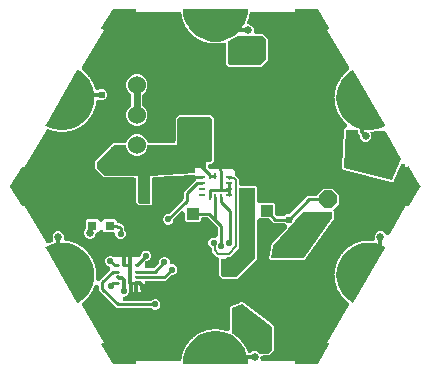
<source format=gbr>
G04 EAGLE Gerber RS-274X export*
G75*
%MOMM*%
%FSLAX34Y34*%
%LPD*%
%INTop Copper*%
%IPPOS*%
%AMOC8*
5,1,8,0,0,1.08239X$1,22.5*%
G01*
%ADD10R,0.800000X0.800000*%
%ADD11P,1.649562X8X22.500000*%
%ADD12R,1.100000X1.000000*%
%ADD13R,0.475000X0.250000*%
%ADD14R,0.250000X0.475000*%
%ADD15C,1.000000*%
%ADD16R,0.250000X0.275000*%
%ADD17R,0.275000X0.250000*%
%ADD18C,1.524000*%
%ADD19C,0.254000*%
%ADD20C,0.508000*%
%ADD21C,0.750000*%
%ADD22C,0.304800*%
%ADD23C,0.554800*%
%ADD24C,0.650000*%
%ADD25C,0.406400*%
%ADD26C,0.604800*%
%ADD27C,0.203200*%
%ADD28C,0.654800*%
%ADD29C,0.609600*%

G36*
X-67572Y-1269D02*
X-67572Y-1269D01*
X-67544Y-1271D01*
X-67476Y-1249D01*
X-67405Y-1235D01*
X-67382Y-1219D01*
X-67355Y-1210D01*
X-67300Y-1163D01*
X-67241Y-1122D01*
X-67226Y-1098D01*
X-67205Y-1080D01*
X-67173Y-1015D01*
X-67134Y-955D01*
X-67129Y-927D01*
X-67117Y-901D01*
X-67108Y-799D01*
X-67101Y-758D01*
X-67103Y-748D01*
X-67102Y-735D01*
X-67260Y1250D01*
X-30851Y1250D01*
X-30660Y1269D01*
X-30468Y1286D01*
X-30459Y1289D01*
X-30451Y1290D01*
X-30266Y1346D01*
X-30082Y1401D01*
X-30074Y1405D01*
X-30066Y1408D01*
X-29896Y1500D01*
X-29726Y1590D01*
X-29719Y1595D01*
X-29712Y1600D01*
X-29565Y1722D01*
X-29415Y1845D01*
X-29409Y1852D01*
X-29403Y1857D01*
X-29283Y2006D01*
X-29160Y2157D01*
X-29156Y2164D01*
X-29150Y2171D01*
X-29063Y2340D01*
X-28971Y2513D01*
X-28968Y2522D01*
X-28965Y2528D01*
X-28951Y2577D01*
X-28871Y2829D01*
X-28740Y3403D01*
X-28732Y3470D01*
X-28695Y3704D01*
X-28645Y4364D01*
X-28605Y4439D01*
X-28539Y4545D01*
X-28511Y4617D01*
X-28475Y4684D01*
X-28426Y4840D01*
X-28395Y4922D01*
X-28389Y4957D01*
X-28375Y5001D01*
X-28071Y6333D01*
X-28062Y6409D01*
X-28043Y6483D01*
X-28037Y6608D01*
X-28021Y6732D01*
X-28027Y6808D01*
X-28023Y6885D01*
X-28042Y7009D01*
X-28042Y7014D01*
X-27796Y7640D01*
X-27778Y7705D01*
X-27707Y7930D01*
X-27559Y8576D01*
X-27509Y8644D01*
X-27427Y8739D01*
X-27389Y8806D01*
X-27344Y8868D01*
X-27272Y9014D01*
X-27229Y9090D01*
X-27218Y9124D01*
X-27198Y9166D01*
X-26699Y10437D01*
X-26678Y10511D01*
X-26648Y10581D01*
X-26623Y10704D01*
X-26589Y10825D01*
X-26583Y10901D01*
X-26568Y10976D01*
X-26568Y11101D01*
X-26568Y11107D01*
X-26232Y11689D01*
X-26204Y11750D01*
X-26100Y11963D01*
X-25858Y12579D01*
X-25798Y12639D01*
X-25702Y12721D01*
X-25655Y12781D01*
X-25601Y12835D01*
X-25508Y12969D01*
X-25455Y13038D01*
X-25439Y13070D01*
X-25412Y13108D01*
X-24729Y14291D01*
X-24698Y14361D01*
X-24658Y14426D01*
X-24615Y14544D01*
X-24563Y14658D01*
X-24546Y14733D01*
X-24520Y14805D01*
X-24501Y14929D01*
X-24500Y14934D01*
X-24081Y15459D01*
X-24044Y15516D01*
X-23910Y15710D01*
X-23579Y16284D01*
X-23510Y16334D01*
X-23404Y16401D01*
X-23348Y16453D01*
X-23287Y16499D01*
X-23175Y16618D01*
X-23112Y16678D01*
X-23091Y16707D01*
X-23059Y16741D01*
X-22208Y17809D01*
X-22166Y17873D01*
X-22117Y17931D01*
X-22057Y18042D01*
X-21989Y18147D01*
X-21961Y18218D01*
X-21924Y18285D01*
X-21887Y18405D01*
X-21885Y18410D01*
X-21392Y18867D01*
X-21348Y18918D01*
X-21186Y19090D01*
X-20773Y19607D01*
X-20697Y19647D01*
X-20583Y19697D01*
X-20520Y19741D01*
X-20452Y19777D01*
X-20324Y19877D01*
X-20252Y19927D01*
X-20227Y19953D01*
X-20191Y19982D01*
X-19190Y20911D01*
X-19139Y20968D01*
X-19082Y21019D01*
X-19006Y21119D01*
X-18923Y21213D01*
X-18885Y21279D01*
X-18839Y21340D01*
X-18784Y21453D01*
X-18781Y21457D01*
X-18226Y21836D01*
X-18174Y21879D01*
X-17989Y22025D01*
X-17503Y22476D01*
X-17422Y22504D01*
X-17301Y22536D01*
X-17233Y22570D01*
X-17161Y22595D01*
X-17019Y22676D01*
X-16940Y22714D01*
X-16912Y22737D01*
X-16872Y22759D01*
X-15743Y23529D01*
X-15685Y23578D01*
X-15620Y23619D01*
X-15531Y23707D01*
X-15435Y23787D01*
X-15387Y23847D01*
X-15332Y23901D01*
X-15262Y24004D01*
X-15258Y24008D01*
X-14652Y24300D01*
X-14595Y24335D01*
X-14389Y24452D01*
X-13842Y24825D01*
X-13758Y24841D01*
X-13634Y24854D01*
X-13561Y24878D01*
X-13486Y24892D01*
X-13334Y24950D01*
X-13250Y24977D01*
X-13219Y24995D01*
X-13176Y25011D01*
X-11945Y25604D01*
X-11880Y25644D01*
X-11810Y25675D01*
X-11708Y25748D01*
X-11602Y25813D01*
X-11545Y25865D01*
X-11483Y25910D01*
X-11398Y26002D01*
X-11394Y26006D01*
X-10752Y26204D01*
X-10689Y26230D01*
X-10469Y26315D01*
X-9872Y26602D01*
X-9787Y26605D01*
X-9662Y26600D01*
X-9586Y26612D01*
X-9510Y26615D01*
X-9350Y26650D01*
X-9264Y26664D01*
X-9231Y26677D01*
X-9186Y26687D01*
X-7880Y27089D01*
X-7810Y27119D01*
X-7736Y27140D01*
X-7624Y27197D01*
X-7509Y27246D01*
X-7446Y27289D01*
X-7378Y27324D01*
X-7280Y27402D01*
X-7275Y27405D01*
X-6610Y27505D01*
X-6545Y27521D01*
X-6314Y27572D01*
X-5682Y27768D01*
X-5597Y27758D01*
X-5474Y27734D01*
X-5397Y27735D01*
X-5321Y27727D01*
X-5158Y27738D01*
X-5071Y27739D01*
X-5036Y27746D01*
X-4990Y27749D01*
X-3639Y27953D01*
X-3565Y27972D01*
X-3489Y27981D01*
X-3370Y28021D01*
X-3249Y28052D01*
X-3180Y28085D01*
X-3107Y28109D01*
X-2999Y28172D01*
X-2994Y28174D01*
X-2322Y28174D01*
X-2255Y28181D01*
X-2019Y28197D01*
X-1364Y28296D01*
X-1281Y28273D01*
X-1163Y28232D01*
X-1088Y28221D01*
X-1014Y28201D01*
X-851Y28188D01*
X-765Y28176D01*
X-729Y28178D01*
X-683Y28174D01*
X683Y28174D01*
X759Y28182D01*
X836Y28180D01*
X959Y28202D01*
X1084Y28214D01*
X1157Y28237D01*
X1232Y28250D01*
X1349Y28296D01*
X1354Y28297D01*
X2019Y28197D01*
X2086Y28194D01*
X2322Y28174D01*
X2984Y28174D01*
X3062Y28140D01*
X3173Y28081D01*
X3246Y28059D01*
X3316Y28029D01*
X3475Y27991D01*
X3559Y27967D01*
X3594Y27963D01*
X3639Y27953D01*
X4990Y27749D01*
X5067Y27745D01*
X5142Y27732D01*
X5267Y27735D01*
X5392Y27729D01*
X5468Y27740D01*
X5544Y27742D01*
X5666Y27770D01*
X5672Y27771D01*
X6314Y27572D01*
X6380Y27559D01*
X6610Y27505D01*
X7265Y27406D01*
X7338Y27361D01*
X7438Y27286D01*
X7507Y27254D01*
X7572Y27213D01*
X7723Y27152D01*
X7803Y27115D01*
X7838Y27107D01*
X7880Y27089D01*
X9186Y26687D01*
X9261Y26672D01*
X9333Y26647D01*
X9457Y26632D01*
X9580Y26607D01*
X9657Y26607D01*
X9733Y26597D01*
X9858Y26606D01*
X9983Y26606D01*
X10058Y26621D01*
X10064Y26622D01*
X10116Y26617D01*
X10245Y26598D01*
X10316Y26601D01*
X10386Y26595D01*
X10516Y26611D01*
X10648Y26617D01*
X10716Y26634D01*
X10786Y26642D01*
X10911Y26683D01*
X11038Y26715D01*
X11102Y26745D01*
X11169Y26767D01*
X11283Y26832D01*
X11402Y26888D01*
X11458Y26930D01*
X11519Y26965D01*
X11619Y27051D01*
X11724Y27129D01*
X11771Y27182D01*
X11824Y27228D01*
X11904Y27332D01*
X11992Y27430D01*
X12028Y27491D01*
X12071Y27546D01*
X12129Y27664D01*
X12196Y27777D01*
X12219Y27844D01*
X12250Y27907D01*
X12284Y28034D01*
X12327Y28158D01*
X12336Y28227D01*
X12355Y28295D01*
X12369Y28470D01*
X12381Y28557D01*
X12379Y28587D01*
X12382Y28626D01*
X12382Y45279D01*
X12380Y45298D01*
X12381Y45317D01*
X12360Y45498D01*
X12342Y45680D01*
X12336Y45698D01*
X12334Y45717D01*
X12236Y46034D01*
X12224Y46065D01*
X12231Y46087D01*
X12250Y46126D01*
X12291Y46279D01*
X12339Y46429D01*
X12343Y46473D01*
X12355Y46515D01*
X12376Y46781D01*
X12381Y46826D01*
X12404Y46849D01*
X12416Y46863D01*
X12430Y46876D01*
X12544Y47020D01*
X12659Y47160D01*
X12668Y47177D01*
X12679Y47192D01*
X12835Y47485D01*
X12848Y47516D01*
X12868Y47527D01*
X12910Y47541D01*
X13046Y47620D01*
X13187Y47693D01*
X13221Y47720D01*
X13258Y47742D01*
X13462Y47915D01*
X13498Y47943D01*
X13529Y47943D01*
X13548Y47945D01*
X13567Y47944D01*
X13748Y47965D01*
X13930Y47983D01*
X13948Y47989D01*
X13967Y47991D01*
X14284Y48089D01*
X20492Y50572D01*
X20658Y50658D01*
X20826Y50743D01*
X20837Y50751D01*
X20849Y50758D01*
X20995Y50875D01*
X21130Y50981D01*
X21488Y51032D01*
X21563Y51051D01*
X21638Y51060D01*
X21794Y51108D01*
X21879Y51128D01*
X21912Y51144D01*
X21955Y51157D01*
X22293Y51292D01*
X22317Y51284D01*
X22331Y51282D01*
X22345Y51278D01*
X22531Y51258D01*
X22702Y51237D01*
X22991Y51020D01*
X23056Y50981D01*
X23116Y50933D01*
X23261Y50857D01*
X23335Y50812D01*
X23369Y50800D01*
X23410Y50778D01*
X23743Y50635D01*
X23755Y50612D01*
X23764Y50601D01*
X23770Y50588D01*
X23887Y50443D01*
X24003Y50295D01*
X24015Y50284D01*
X24023Y50275D01*
X24074Y50232D01*
X24252Y50075D01*
X47719Y32474D01*
X47791Y32431D01*
X47857Y32379D01*
X47962Y32327D01*
X48063Y32266D01*
X48142Y32237D01*
X48218Y32200D01*
X48307Y32176D01*
X48775Y31708D01*
X48836Y31658D01*
X48992Y31519D01*
X49520Y31124D01*
X49531Y31104D01*
X49531Y30442D01*
X49539Y30363D01*
X49551Y30155D01*
X49644Y29503D01*
X49632Y29456D01*
X49592Y29346D01*
X49580Y29262D01*
X49558Y29181D01*
X49546Y29032D01*
X49533Y28947D01*
X49535Y28905D01*
X49531Y28850D01*
X49531Y10323D01*
X45239Y6032D01*
X40167Y6032D01*
X40150Y6030D01*
X40132Y6031D01*
X39950Y6010D01*
X39767Y5992D01*
X39750Y5987D01*
X39732Y5985D01*
X39558Y5928D01*
X39382Y5874D01*
X39366Y5865D01*
X39349Y5860D01*
X39189Y5769D01*
X39028Y5682D01*
X39014Y5671D01*
X38999Y5662D01*
X38859Y5542D01*
X38719Y5424D01*
X38707Y5410D01*
X38694Y5399D01*
X38581Y5254D01*
X38466Y5110D01*
X38458Y5095D01*
X38447Y5081D01*
X38365Y4916D01*
X38281Y4753D01*
X38276Y4736D01*
X38268Y4720D01*
X38220Y4542D01*
X38169Y4366D01*
X38168Y4348D01*
X38163Y4331D01*
X38136Y4001D01*
X38136Y3715D01*
X38124Y3673D01*
X38122Y3660D01*
X38118Y3647D01*
X38103Y3458D01*
X38085Y3272D01*
X38087Y3259D01*
X38086Y3245D01*
X38108Y3059D01*
X38127Y2872D01*
X38131Y2859D01*
X38133Y2846D01*
X38191Y2667D01*
X38247Y2487D01*
X38253Y2476D01*
X38257Y2463D01*
X38350Y2299D01*
X38440Y2134D01*
X38449Y2124D01*
X38455Y2112D01*
X38578Y1970D01*
X38699Y1826D01*
X38710Y1818D01*
X38718Y1807D01*
X38867Y1692D01*
X39014Y1575D01*
X39026Y1569D01*
X39037Y1561D01*
X39205Y1477D01*
X39372Y1391D01*
X39385Y1387D01*
X39397Y1381D01*
X39579Y1332D01*
X39759Y1281D01*
X39773Y1280D01*
X39786Y1277D01*
X40117Y1250D01*
X67260Y1250D01*
X67102Y-735D01*
X67106Y-764D01*
X67101Y-792D01*
X67118Y-861D01*
X67126Y-933D01*
X67141Y-957D01*
X67147Y-985D01*
X67190Y-1043D01*
X67226Y-1105D01*
X67248Y-1122D01*
X67265Y-1145D01*
X67327Y-1182D01*
X67384Y-1225D01*
X67412Y-1232D01*
X67436Y-1247D01*
X67536Y-1263D01*
X67577Y-1274D01*
X67587Y-1272D01*
X67600Y-1274D01*
X86600Y-1274D01*
X86676Y-1259D01*
X86754Y-1250D01*
X86773Y-1239D01*
X86795Y-1235D01*
X86859Y-1191D01*
X86927Y-1152D01*
X86943Y-1133D01*
X86959Y-1122D01*
X86983Y-1084D01*
X87033Y-1024D01*
X96533Y15476D01*
X96542Y15503D01*
X96558Y15527D01*
X96573Y15597D01*
X96596Y15665D01*
X96593Y15693D01*
X96599Y15721D01*
X96586Y15792D01*
X96580Y15863D01*
X96567Y15888D01*
X96561Y15916D01*
X96521Y15976D01*
X96488Y16039D01*
X96466Y16057D01*
X96450Y16081D01*
X96367Y16139D01*
X96335Y16166D01*
X96324Y16169D01*
X96314Y16176D01*
X94534Y17018D01*
X112714Y48507D01*
X112793Y48682D01*
X112874Y48858D01*
X112876Y48866D01*
X112880Y48873D01*
X112923Y49063D01*
X112968Y49250D01*
X112968Y49258D01*
X112970Y49266D01*
X112975Y49459D01*
X112982Y49652D01*
X112981Y49660D01*
X112981Y49668D01*
X112948Y49857D01*
X112916Y50049D01*
X112914Y50057D01*
X112912Y50065D01*
X112843Y50243D01*
X112774Y50426D01*
X112770Y50433D01*
X112767Y50440D01*
X112663Y50603D01*
X112560Y50767D01*
X112554Y50773D01*
X112550Y50780D01*
X112515Y50816D01*
X112336Y51012D01*
X111909Y51407D01*
X111856Y51448D01*
X111672Y51596D01*
X111125Y51969D01*
X111079Y52041D01*
X111021Y52152D01*
X110973Y52212D01*
X110932Y52277D01*
X110822Y52397D01*
X110767Y52465D01*
X110739Y52487D01*
X110708Y52521D01*
X109704Y53452D01*
X109644Y53498D01*
X109589Y53551D01*
X109483Y53619D01*
X109384Y53695D01*
X109315Y53728D01*
X109250Y53770D01*
X109134Y53815D01*
X109129Y53818D01*
X108710Y54343D01*
X108663Y54391D01*
X108503Y54566D01*
X108017Y55016D01*
X107983Y55094D01*
X107942Y55213D01*
X107903Y55279D01*
X107873Y55349D01*
X107781Y55484D01*
X107737Y55559D01*
X107713Y55586D01*
X107687Y55624D01*
X106834Y56694D01*
X106780Y56748D01*
X106734Y56809D01*
X106640Y56892D01*
X106553Y56982D01*
X106490Y57025D01*
X106432Y57076D01*
X106324Y57138D01*
X106319Y57142D01*
X105983Y57724D01*
X105944Y57778D01*
X105812Y57974D01*
X105399Y58492D01*
X105394Y58509D01*
X105388Y58560D01*
X105367Y58624D01*
X105354Y58698D01*
X105325Y58769D01*
X105305Y58843D01*
X105276Y58904D01*
X105263Y58943D01*
X105232Y58999D01*
X105203Y59071D01*
X105183Y59101D01*
X105163Y59142D01*
X104479Y60327D01*
X104434Y60389D01*
X104397Y60457D01*
X104317Y60552D01*
X104244Y60654D01*
X104188Y60706D01*
X104138Y60765D01*
X104041Y60843D01*
X104037Y60847D01*
X103791Y61473D01*
X103760Y61532D01*
X103659Y61746D01*
X103328Y62319D01*
X103318Y62404D01*
X103314Y62530D01*
X103296Y62604D01*
X103287Y62680D01*
X103240Y62836D01*
X103220Y62921D01*
X103205Y62954D01*
X103192Y62998D01*
X102691Y64271D01*
X102656Y64339D01*
X102630Y64411D01*
X102565Y64518D01*
X102508Y64630D01*
X102460Y64690D01*
X102420Y64755D01*
X102335Y64847D01*
X102331Y64851D01*
X102182Y65506D01*
X102160Y65571D01*
X102092Y65796D01*
X101850Y66413D01*
X101853Y66498D01*
X101867Y66623D01*
X101861Y66699D01*
X101864Y66775D01*
X101841Y66937D01*
X101833Y67024D01*
X101823Y67058D01*
X101817Y67104D01*
X101512Y68438D01*
X101487Y68510D01*
X101472Y68585D01*
X101423Y68701D01*
X101383Y68819D01*
X101345Y68886D01*
X101315Y68956D01*
X101245Y69060D01*
X101242Y69065D01*
X101192Y69735D01*
X101180Y69802D01*
X101146Y70035D01*
X100999Y70681D01*
X101015Y70764D01*
X101047Y70886D01*
X101052Y70962D01*
X101067Y71037D01*
X101068Y71201D01*
X101073Y71287D01*
X101069Y71323D01*
X101069Y71369D01*
X100966Y72733D01*
X100953Y72809D01*
X100949Y72885D01*
X100918Y73007D01*
X100896Y73130D01*
X100868Y73201D01*
X100849Y73275D01*
X100795Y73388D01*
X100793Y73393D01*
X100843Y74064D01*
X100842Y74131D01*
X100843Y74368D01*
X100793Y75028D01*
X100822Y75108D01*
X100872Y75223D01*
X100888Y75298D01*
X100914Y75370D01*
X100939Y75531D01*
X100957Y75617D01*
X100958Y75652D01*
X100965Y75698D01*
X101067Y77063D01*
X101065Y77139D01*
X101073Y77215D01*
X101060Y77340D01*
X101057Y77465D01*
X101040Y77540D01*
X101032Y77616D01*
X100996Y77736D01*
X100994Y77741D01*
X101144Y78396D01*
X101152Y78463D01*
X101189Y78696D01*
X101238Y79357D01*
X101278Y79432D01*
X101345Y79538D01*
X101372Y79610D01*
X101408Y79678D01*
X101457Y79833D01*
X101488Y79915D01*
X101494Y79950D01*
X101508Y79994D01*
X101812Y81328D01*
X101822Y81404D01*
X101840Y81478D01*
X101846Y81603D01*
X101862Y81728D01*
X101856Y81804D01*
X101860Y81880D01*
X101842Y82004D01*
X101841Y82010D01*
X102087Y82636D01*
X102105Y82700D01*
X102176Y82926D01*
X102323Y83571D01*
X102374Y83640D01*
X102456Y83735D01*
X102493Y83802D01*
X102539Y83863D01*
X102611Y84010D01*
X102654Y84086D01*
X102665Y84120D01*
X102685Y84161D01*
X103184Y85435D01*
X103205Y85509D01*
X103235Y85579D01*
X103260Y85702D01*
X103293Y85823D01*
X103299Y85899D01*
X103314Y85974D01*
X103314Y86099D01*
X103315Y86105D01*
X103651Y86687D01*
X103679Y86749D01*
X103783Y86961D01*
X104024Y87577D01*
X104085Y87638D01*
X104180Y87719D01*
X104227Y87779D01*
X104281Y87834D01*
X104374Y87968D01*
X104427Y88036D01*
X104443Y88068D01*
X104470Y88106D01*
X105154Y89292D01*
X105185Y89361D01*
X105225Y89427D01*
X105268Y89544D01*
X105319Y89659D01*
X105336Y89733D01*
X105362Y89805D01*
X105381Y89929D01*
X105382Y89934D01*
X105801Y90460D01*
X105838Y90516D01*
X105972Y90711D01*
X106303Y91285D01*
X106372Y91335D01*
X106478Y91402D01*
X106534Y91454D01*
X106595Y91500D01*
X106707Y91619D01*
X106770Y91679D01*
X106791Y91708D01*
X106823Y91742D01*
X107676Y92812D01*
X107717Y92876D01*
X107766Y92935D01*
X107826Y93045D01*
X107894Y93150D01*
X107922Y93221D01*
X107959Y93288D01*
X107996Y93408D01*
X107998Y93413D01*
X108490Y93870D01*
X108534Y93920D01*
X108697Y94093D01*
X109109Y94611D01*
X109185Y94651D01*
X109300Y94701D01*
X109363Y94745D01*
X109430Y94780D01*
X109558Y94881D01*
X109630Y94931D01*
X109655Y94957D01*
X109691Y94985D01*
X110694Y95916D01*
X110744Y95974D01*
X110802Y96025D01*
X110878Y96124D01*
X110960Y96218D01*
X110999Y96285D01*
X111045Y96346D01*
X111099Y96458D01*
X111102Y96463D01*
X111657Y96842D01*
X111708Y96885D01*
X111895Y97031D01*
X112380Y97482D01*
X112461Y97510D01*
X112582Y97542D01*
X112650Y97576D01*
X112723Y97602D01*
X112864Y97682D01*
X112943Y97721D01*
X112971Y97743D01*
X113011Y97766D01*
X114141Y98537D01*
X114200Y98586D01*
X114264Y98627D01*
X114354Y98715D01*
X114450Y98795D01*
X114498Y98855D01*
X114552Y98909D01*
X114623Y99012D01*
X114626Y99016D01*
X115232Y99308D01*
X115290Y99343D01*
X115495Y99460D01*
X116042Y99833D01*
X116126Y99849D01*
X116250Y99863D01*
X116323Y99886D01*
X116399Y99901D01*
X116551Y99959D01*
X116634Y99986D01*
X116665Y100003D01*
X116708Y100020D01*
X117941Y100614D01*
X118006Y100654D01*
X118076Y100685D01*
X118178Y100758D01*
X118284Y100824D01*
X118341Y100876D01*
X118403Y100920D01*
X118488Y101012D01*
X118492Y101016D01*
X119134Y101214D01*
X119196Y101240D01*
X119417Y101325D01*
X120013Y101613D01*
X120099Y101616D01*
X120224Y101611D01*
X120300Y101623D01*
X120376Y101626D01*
X120536Y101661D01*
X120622Y101675D01*
X120655Y101688D01*
X120700Y101698D01*
X122007Y102102D01*
X122078Y102131D01*
X122152Y102152D01*
X122263Y102209D01*
X122379Y102258D01*
X122442Y102301D01*
X122510Y102336D01*
X122608Y102414D01*
X122612Y102417D01*
X123277Y102517D01*
X123342Y102534D01*
X123573Y102585D01*
X124206Y102780D01*
X124291Y102771D01*
X124414Y102747D01*
X124490Y102748D01*
X124566Y102739D01*
X124729Y102751D01*
X124816Y102751D01*
X124851Y102759D01*
X124897Y102762D01*
X126250Y102966D01*
X126325Y102985D01*
X126401Y102995D01*
X126519Y103035D01*
X126641Y103066D01*
X126710Y103099D01*
X126782Y103123D01*
X126891Y103186D01*
X126896Y103188D01*
X127568Y103188D01*
X127635Y103195D01*
X127871Y103211D01*
X128525Y103310D01*
X128608Y103288D01*
X128726Y103246D01*
X128802Y103236D01*
X128876Y103216D01*
X129039Y103203D01*
X129125Y103191D01*
X129161Y103193D01*
X129207Y103189D01*
X130575Y103189D01*
X130651Y103197D01*
X130728Y103195D01*
X130851Y103217D01*
X130976Y103229D01*
X131049Y103252D01*
X131124Y103265D01*
X131241Y103311D01*
X131246Y103313D01*
X131911Y103213D01*
X131978Y103209D01*
X132213Y103190D01*
X132895Y103190D01*
X132912Y103192D01*
X132930Y103190D01*
X133112Y103212D01*
X133295Y103230D01*
X133312Y103235D01*
X133329Y103237D01*
X133504Y103294D01*
X133680Y103348D01*
X133696Y103357D01*
X133712Y103362D01*
X133872Y103453D01*
X134034Y103540D01*
X134048Y103552D01*
X134063Y103560D01*
X134202Y103680D01*
X134343Y103798D01*
X134354Y103812D01*
X134368Y103823D01*
X134480Y103968D01*
X134596Y104112D01*
X134604Y104128D01*
X134614Y104141D01*
X134696Y104306D01*
X134781Y104469D01*
X134786Y104486D01*
X134794Y104502D01*
X134842Y104681D01*
X134892Y104856D01*
X134894Y104874D01*
X134898Y104891D01*
X134925Y105221D01*
X134925Y107312D01*
X135652Y109067D01*
X136995Y110410D01*
X138750Y111137D01*
X140650Y111137D01*
X142405Y110410D01*
X143748Y109067D01*
X143813Y108909D01*
X143850Y108841D01*
X143878Y108768D01*
X143945Y108664D01*
X144003Y108555D01*
X144053Y108495D01*
X144095Y108429D01*
X144181Y108340D01*
X144260Y108244D01*
X144320Y108195D01*
X144374Y108139D01*
X144476Y108069D01*
X144572Y107990D01*
X144641Y107954D01*
X144705Y107910D01*
X144819Y107861D01*
X144929Y107803D01*
X145003Y107782D01*
X145075Y107751D01*
X145196Y107725D01*
X145315Y107690D01*
X145393Y107684D01*
X145469Y107667D01*
X145593Y107666D01*
X145716Y107656D01*
X145793Y107664D01*
X145871Y107664D01*
X145993Y107687D01*
X146116Y107701D01*
X146190Y107724D01*
X146267Y107739D01*
X146382Y107786D01*
X146500Y107824D01*
X146568Y107862D01*
X146640Y107891D01*
X146743Y107960D01*
X146851Y108020D01*
X146910Y108071D01*
X146975Y108114D01*
X147063Y108202D01*
X147157Y108282D01*
X147205Y108343D01*
X147260Y108398D01*
X147352Y108530D01*
X147405Y108599D01*
X147422Y108632D01*
X147449Y108671D01*
X161759Y133458D01*
X163416Y132314D01*
X163443Y132303D01*
X163465Y132284D01*
X163534Y132264D01*
X163599Y132236D01*
X163628Y132236D01*
X163656Y132228D01*
X163727Y132236D01*
X163798Y132236D01*
X163825Y132247D01*
X163854Y132250D01*
X163916Y132285D01*
X163981Y132313D01*
X164002Y132333D01*
X164027Y132348D01*
X164090Y132425D01*
X164120Y132455D01*
X164124Y132465D01*
X164133Y132476D01*
X173633Y148976D01*
X173643Y149008D01*
X173652Y149021D01*
X173656Y149045D01*
X173657Y149049D01*
X173688Y149119D01*
X173688Y149143D01*
X173696Y149165D01*
X173690Y149241D01*
X173691Y149318D01*
X173681Y149342D01*
X173680Y149363D01*
X173659Y149402D01*
X173633Y149474D01*
X164133Y165974D01*
X164114Y165996D01*
X164101Y166022D01*
X164048Y166070D01*
X164001Y166123D01*
X163975Y166136D01*
X163954Y166155D01*
X163886Y166178D01*
X163822Y166209D01*
X163793Y166211D01*
X163766Y166220D01*
X163694Y166215D01*
X163623Y166218D01*
X163596Y166208D01*
X163567Y166206D01*
X163477Y166164D01*
X163437Y166149D01*
X163429Y166142D01*
X163416Y166136D01*
X161759Y164992D01*
X160360Y167415D01*
X160322Y167468D01*
X160291Y167526D01*
X160205Y167632D01*
X160125Y167742D01*
X160077Y167787D01*
X160036Y167837D01*
X159931Y167924D01*
X159831Y168017D01*
X159775Y168051D01*
X159724Y168092D01*
X159604Y168156D01*
X159487Y168227D01*
X159426Y168250D01*
X159368Y168280D01*
X159238Y168319D01*
X159110Y168366D01*
X159045Y168376D01*
X158982Y168395D01*
X158846Y168407D01*
X158712Y168428D01*
X158647Y168425D01*
X158581Y168431D01*
X158446Y168416D01*
X158310Y168410D01*
X158246Y168394D01*
X158181Y168387D01*
X158051Y168346D01*
X157919Y168313D01*
X157860Y168285D01*
X157797Y168265D01*
X157678Y168199D01*
X157555Y168141D01*
X157502Y168102D01*
X157445Y168070D01*
X157341Y167982D01*
X157232Y167900D01*
X157188Y167852D01*
X157139Y167809D01*
X157054Y167702D01*
X156963Y167601D01*
X156930Y167544D01*
X156889Y167493D01*
X156802Y167328D01*
X156758Y167254D01*
X156750Y167229D01*
X156734Y167200D01*
X151208Y154305D01*
X151189Y154245D01*
X151108Y154014D01*
X150951Y153409D01*
X150911Y153358D01*
X150323Y153123D01*
X150267Y153094D01*
X150048Y152987D01*
X149509Y152670D01*
X149444Y152663D01*
X148862Y152912D01*
X148801Y152931D01*
X148571Y153011D01*
X108897Y163297D01*
X108873Y163301D01*
X108850Y163309D01*
X108522Y163358D01*
X108019Y163391D01*
X107962Y163424D01*
X107943Y163439D01*
X107885Y163467D01*
X107824Y163506D01*
X107562Y163950D01*
X107548Y163970D01*
X107537Y163991D01*
X107340Y164258D01*
X107008Y164637D01*
X106967Y164786D01*
X106950Y164856D01*
X107080Y165356D01*
X107084Y165379D01*
X107091Y165402D01*
X107140Y165730D01*
X109221Y196935D01*
X109220Y196954D01*
X109223Y196978D01*
X109258Y197749D01*
X109839Y198257D01*
X109852Y198271D01*
X109871Y198285D01*
X110822Y199154D01*
X110856Y199192D01*
X110897Y199226D01*
X110990Y199342D01*
X111091Y199453D01*
X111117Y199498D01*
X111150Y199539D01*
X111219Y199671D01*
X111295Y199800D01*
X111312Y199849D01*
X111336Y199895D01*
X111378Y200039D01*
X111427Y200180D01*
X111434Y200232D01*
X111449Y200282D01*
X111462Y200431D01*
X111482Y200579D01*
X111479Y200631D01*
X111483Y200683D01*
X111466Y200832D01*
X111457Y200981D01*
X111443Y201031D01*
X111437Y201083D01*
X111391Y201226D01*
X111353Y201370D01*
X111330Y201417D01*
X111314Y201466D01*
X111282Y201523D01*
X111274Y201571D01*
X111230Y201688D01*
X111194Y201808D01*
X111159Y201876D01*
X111132Y201947D01*
X111065Y202054D01*
X111007Y202164D01*
X110958Y202224D01*
X110918Y202289D01*
X110808Y202409D01*
X110753Y202477D01*
X110725Y202500D01*
X110694Y202534D01*
X109691Y203465D01*
X109630Y203511D01*
X109575Y203564D01*
X109470Y203632D01*
X109370Y203708D01*
X109301Y203741D01*
X109237Y203783D01*
X109121Y203829D01*
X109116Y203831D01*
X108697Y204357D01*
X108650Y204405D01*
X108490Y204580D01*
X108005Y205030D01*
X107974Y205101D01*
X107944Y205193D01*
X107937Y205205D01*
X107930Y205227D01*
X107891Y205293D01*
X107860Y205363D01*
X107785Y205475D01*
X107746Y205544D01*
X107735Y205557D01*
X107725Y205573D01*
X107701Y205600D01*
X107676Y205638D01*
X106823Y206708D01*
X106769Y206763D01*
X106723Y206824D01*
X106629Y206907D01*
X106542Y206997D01*
X106479Y207040D01*
X106421Y207091D01*
X106313Y207153D01*
X106308Y207157D01*
X105972Y207739D01*
X105933Y207794D01*
X105801Y207990D01*
X105389Y208508D01*
X105367Y208590D01*
X105344Y208714D01*
X105315Y208785D01*
X105295Y208858D01*
X105226Y209006D01*
X105193Y209087D01*
X105173Y209117D01*
X105154Y209158D01*
X104470Y210344D01*
X104425Y210406D01*
X104389Y210473D01*
X104308Y210569D01*
X104235Y210671D01*
X104179Y210723D01*
X104130Y210781D01*
X104032Y210860D01*
X104028Y210863D01*
X103783Y211489D01*
X103752Y211549D01*
X103651Y211763D01*
X103320Y212336D01*
X103311Y212421D01*
X103306Y212547D01*
X103288Y212621D01*
X103280Y212697D01*
X103233Y212854D01*
X103213Y212938D01*
X103198Y212971D01*
X103184Y213015D01*
X102685Y214289D01*
X102650Y214357D01*
X102624Y214429D01*
X102559Y214536D01*
X102501Y214647D01*
X102454Y214707D01*
X102414Y214772D01*
X102329Y214864D01*
X102325Y214869D01*
X102176Y215524D01*
X102155Y215588D01*
X102087Y215814D01*
X101845Y216431D01*
X101848Y216516D01*
X101863Y216641D01*
X101856Y216717D01*
X101859Y216793D01*
X101836Y216955D01*
X101829Y217042D01*
X101819Y217076D01*
X101812Y217122D01*
X101508Y218456D01*
X101484Y218529D01*
X101468Y218604D01*
X101420Y218719D01*
X101380Y218838D01*
X101342Y218904D01*
X101312Y218975D01*
X101242Y219078D01*
X101239Y219083D01*
X101189Y219754D01*
X101177Y219820D01*
X101144Y220054D01*
X100997Y220699D01*
X101013Y220783D01*
X101045Y220904D01*
X101050Y220981D01*
X101065Y221056D01*
X101066Y221219D01*
X101071Y221306D01*
X101067Y221341D01*
X101067Y221387D01*
X100965Y222752D01*
X100952Y222827D01*
X100948Y222904D01*
X100917Y223025D01*
X100896Y223149D01*
X100868Y223220D01*
X100849Y223294D01*
X100795Y223407D01*
X100793Y223412D01*
X100843Y224082D01*
X100842Y224150D01*
X100843Y224386D01*
X100794Y225046D01*
X100822Y225127D01*
X100873Y225242D01*
X100889Y225317D01*
X100914Y225389D01*
X100940Y225550D01*
X100958Y225635D01*
X100959Y225671D01*
X100966Y225717D01*
X101069Y227081D01*
X101067Y227158D01*
X101075Y227234D01*
X101062Y227358D01*
X101059Y227484D01*
X101042Y227558D01*
X101035Y227634D01*
X100998Y227754D01*
X100997Y227759D01*
X101146Y228415D01*
X101155Y228481D01*
X101192Y228715D01*
X101242Y229375D01*
X101282Y229451D01*
X101348Y229557D01*
X101376Y229628D01*
X101412Y229696D01*
X101461Y229851D01*
X101492Y229933D01*
X101498Y229968D01*
X101512Y230012D01*
X101817Y231346D01*
X101826Y231422D01*
X101845Y231496D01*
X101851Y231621D01*
X101867Y231746D01*
X101861Y231822D01*
X101865Y231898D01*
X101847Y232022D01*
X101846Y232028D01*
X102092Y232654D01*
X102110Y232718D01*
X102182Y232944D01*
X102329Y233589D01*
X102380Y233658D01*
X102462Y233753D01*
X102499Y233819D01*
X102545Y233881D01*
X102617Y234027D01*
X102660Y234103D01*
X102671Y234137D01*
X102691Y234179D01*
X103192Y235452D01*
X103212Y235526D01*
X103242Y235596D01*
X103267Y235719D01*
X103301Y235840D01*
X103307Y235916D01*
X103322Y235991D01*
X103322Y236116D01*
X103323Y236122D01*
X103659Y236704D01*
X103686Y236765D01*
X103791Y236977D01*
X104033Y237594D01*
X104093Y237654D01*
X104188Y237736D01*
X104236Y237796D01*
X104290Y237850D01*
X104383Y237984D01*
X104436Y238053D01*
X104453Y238085D01*
X104479Y238123D01*
X105163Y239308D01*
X105195Y239377D01*
X105235Y239443D01*
X105278Y239560D01*
X105329Y239674D01*
X105346Y239749D01*
X105372Y239821D01*
X105391Y239945D01*
X105393Y239950D01*
X105812Y240475D01*
X105848Y240531D01*
X105983Y240726D01*
X106314Y241300D01*
X106383Y241350D01*
X106489Y241417D01*
X106545Y241469D01*
X106606Y241515D01*
X106718Y241634D01*
X106782Y241694D01*
X106802Y241723D01*
X106834Y241756D01*
X107687Y242826D01*
X107729Y242890D01*
X107778Y242949D01*
X107838Y243059D01*
X107906Y243164D01*
X107934Y243235D01*
X107971Y243302D01*
X108008Y243422D01*
X108010Y243427D01*
X108503Y243884D01*
X108548Y243935D01*
X108710Y244107D01*
X109122Y244624D01*
X109198Y244664D01*
X109313Y244714D01*
X109376Y244758D01*
X109444Y244793D01*
X109572Y244894D01*
X109643Y244944D01*
X109668Y244970D01*
X109705Y244998D01*
X110708Y245929D01*
X110759Y245986D01*
X110816Y246037D01*
X110891Y246137D01*
X110974Y246230D01*
X111013Y246297D01*
X111059Y246358D01*
X111114Y246470D01*
X111116Y246475D01*
X111672Y246854D01*
X111724Y246897D01*
X111909Y247043D01*
X112336Y247438D01*
X112464Y247583D01*
X112593Y247727D01*
X112597Y247734D01*
X112603Y247740D01*
X112699Y247907D01*
X112798Y248074D01*
X112800Y248081D01*
X112804Y248088D01*
X112866Y248271D01*
X112930Y248454D01*
X112931Y248462D01*
X112934Y248470D01*
X112959Y248662D01*
X112985Y248853D01*
X112984Y248861D01*
X112985Y248869D01*
X112972Y249060D01*
X112960Y249255D01*
X112958Y249262D01*
X112957Y249271D01*
X112906Y249457D01*
X112856Y249644D01*
X112852Y249652D01*
X112850Y249659D01*
X112828Y249703D01*
X112714Y249943D01*
X94534Y281432D01*
X96314Y282274D01*
X96336Y282291D01*
X96363Y282301D01*
X96415Y282350D01*
X96473Y282393D01*
X96487Y282418D01*
X96508Y282437D01*
X96537Y282503D01*
X96573Y282565D01*
X96576Y282593D01*
X96588Y282619D01*
X96589Y282691D01*
X96598Y282762D01*
X96590Y282789D01*
X96591Y282818D01*
X96555Y282913D01*
X96544Y282953D01*
X96537Y282962D01*
X96533Y282974D01*
X87033Y299474D01*
X86981Y299533D01*
X86935Y299595D01*
X86916Y299606D01*
X86901Y299623D01*
X86831Y299657D01*
X86764Y299697D01*
X86740Y299701D01*
X86722Y299709D01*
X86677Y299711D01*
X86600Y299724D01*
X67600Y299724D01*
X67572Y299719D01*
X67544Y299721D01*
X67476Y299699D01*
X67405Y299685D01*
X67382Y299669D01*
X67355Y299660D01*
X67300Y299613D01*
X67241Y299572D01*
X67226Y299548D01*
X67205Y299530D01*
X67173Y299465D01*
X67134Y299405D01*
X67129Y299377D01*
X67117Y299351D01*
X67108Y299250D01*
X67101Y299208D01*
X67103Y299198D01*
X67102Y299185D01*
X67260Y297200D01*
X30851Y297200D01*
X30661Y297181D01*
X30467Y297164D01*
X30459Y297161D01*
X30451Y297160D01*
X30267Y297104D01*
X30082Y297049D01*
X30074Y297045D01*
X30066Y297042D01*
X29896Y296950D01*
X29726Y296860D01*
X29719Y296855D01*
X29712Y296850D01*
X29565Y296728D01*
X29415Y296605D01*
X29409Y296598D01*
X29403Y296593D01*
X29283Y296444D01*
X29160Y296293D01*
X29156Y296286D01*
X29150Y296279D01*
X29062Y296110D01*
X28971Y295937D01*
X28968Y295928D01*
X28965Y295922D01*
X28951Y295874D01*
X28871Y295621D01*
X28740Y295047D01*
X28732Y294980D01*
X28695Y294747D01*
X28645Y294086D01*
X28605Y294011D01*
X28539Y293905D01*
X28511Y293833D01*
X28475Y293766D01*
X28426Y293610D01*
X28395Y293528D01*
X28389Y293493D01*
X28375Y293449D01*
X28071Y292117D01*
X28068Y292093D01*
X28066Y292084D01*
X28063Y292051D01*
X28062Y292041D01*
X28043Y291967D01*
X28037Y291842D01*
X28021Y291718D01*
X28027Y291642D01*
X28023Y291565D01*
X28042Y291441D01*
X28042Y291436D01*
X27796Y290810D01*
X27778Y290745D01*
X27707Y290520D01*
X27559Y289874D01*
X27509Y289805D01*
X27427Y289711D01*
X27389Y289644D01*
X27344Y289582D01*
X27272Y289436D01*
X27229Y289360D01*
X27218Y289326D01*
X27198Y289284D01*
X27024Y288842D01*
X26970Y288652D01*
X26917Y288466D01*
X26916Y288460D01*
X26915Y288454D01*
X26900Y288259D01*
X26884Y288064D01*
X26884Y288059D01*
X26884Y288053D01*
X26908Y287858D01*
X26931Y287664D01*
X26933Y287659D01*
X26933Y287653D01*
X26995Y287467D01*
X27056Y287282D01*
X27058Y287277D01*
X27060Y287271D01*
X27157Y287102D01*
X27253Y286931D01*
X27257Y286927D01*
X27260Y286922D01*
X27389Y286774D01*
X27517Y286626D01*
X27521Y286623D01*
X27525Y286619D01*
X27683Y286497D01*
X27835Y286380D01*
X27840Y286377D01*
X27844Y286373D01*
X28020Y286287D01*
X28195Y286200D01*
X28201Y286199D01*
X28206Y286196D01*
X28393Y286147D01*
X28584Y286096D01*
X28590Y286095D01*
X28595Y286094D01*
X28634Y286092D01*
X28639Y286091D01*
X30448Y285342D01*
X31791Y283999D01*
X32518Y282244D01*
X32518Y280162D01*
X32520Y280144D01*
X32519Y280126D01*
X32540Y279944D01*
X32558Y279761D01*
X32563Y279744D01*
X32566Y279727D01*
X32622Y279552D01*
X32676Y279376D01*
X32685Y279361D01*
X32690Y279344D01*
X32781Y279184D01*
X32868Y279022D01*
X32880Y279009D01*
X32888Y278993D01*
X33009Y278854D01*
X33126Y278713D01*
X33140Y278702D01*
X33151Y278688D01*
X33296Y278576D01*
X33440Y278461D01*
X33455Y278453D01*
X33470Y278442D01*
X33634Y278360D01*
X33797Y278275D01*
X33814Y278270D01*
X33830Y278262D01*
X34008Y278215D01*
X34184Y278164D01*
X34202Y278162D01*
X34219Y278158D01*
X34550Y278131D01*
X40477Y278131D01*
X44768Y273839D01*
X44768Y256386D01*
X38889Y250507D01*
X11911Y250507D01*
X9207Y253211D01*
X9207Y268976D01*
X9190Y269144D01*
X9178Y269314D01*
X9170Y269345D01*
X9167Y269377D01*
X9117Y269539D01*
X9072Y269702D01*
X9058Y269731D01*
X9049Y269762D01*
X8968Y269910D01*
X8892Y270062D01*
X8872Y270088D01*
X8857Y270116D01*
X8749Y270246D01*
X8644Y270379D01*
X8620Y270400D01*
X8599Y270425D01*
X8467Y270531D01*
X8338Y270642D01*
X8310Y270657D01*
X8285Y270677D01*
X8135Y270755D01*
X7987Y270838D01*
X7956Y270848D01*
X7928Y270863D01*
X7765Y270910D01*
X7604Y270962D01*
X7572Y270965D01*
X7541Y270974D01*
X7372Y270988D01*
X7204Y271007D01*
X7168Y271005D01*
X7140Y271007D01*
X7055Y270997D01*
X6873Y270985D01*
X6610Y270945D01*
X6545Y270929D01*
X6314Y270878D01*
X5682Y270682D01*
X5597Y270692D01*
X5474Y270716D01*
X5397Y270715D01*
X5321Y270723D01*
X5158Y270712D01*
X5071Y270711D01*
X5036Y270704D01*
X4990Y270701D01*
X3639Y270497D01*
X3565Y270478D01*
X3489Y270469D01*
X3370Y270429D01*
X3249Y270398D01*
X3180Y270365D01*
X3108Y270341D01*
X2999Y270278D01*
X2994Y270276D01*
X2322Y270276D01*
X2255Y270269D01*
X2019Y270253D01*
X1364Y270154D01*
X1281Y270177D01*
X1163Y270218D01*
X1088Y270229D01*
X1014Y270249D01*
X851Y270262D01*
X765Y270274D01*
X729Y270272D01*
X683Y270276D01*
X-683Y270276D01*
X-759Y270268D01*
X-836Y270270D01*
X-959Y270248D01*
X-1084Y270236D01*
X-1157Y270213D01*
X-1232Y270200D01*
X-1349Y270154D01*
X-1354Y270153D01*
X-2019Y270253D01*
X-2086Y270256D01*
X-2322Y270276D01*
X-2984Y270276D01*
X-3062Y270310D01*
X-3173Y270369D01*
X-3246Y270390D01*
X-3316Y270421D01*
X-3475Y270459D01*
X-3559Y270484D01*
X-3594Y270487D01*
X-3639Y270497D01*
X-4990Y270701D01*
X-5067Y270705D01*
X-5142Y270718D01*
X-5267Y270715D01*
X-5392Y270721D01*
X-5468Y270710D01*
X-5544Y270708D01*
X-5666Y270680D01*
X-5672Y270679D01*
X-6314Y270878D01*
X-6380Y270891D01*
X-6610Y270945D01*
X-7265Y271044D01*
X-7338Y271089D01*
X-7438Y271164D01*
X-7507Y271196D01*
X-7572Y271237D01*
X-7723Y271298D01*
X-7803Y271335D01*
X-7838Y271343D01*
X-7880Y271361D01*
X-9186Y271763D01*
X-9261Y271778D01*
X-9333Y271803D01*
X-9457Y271818D01*
X-9580Y271843D01*
X-9657Y271843D01*
X-9733Y271853D01*
X-9858Y271844D01*
X-9863Y271844D01*
X-10469Y272135D01*
X-10532Y272158D01*
X-10752Y272246D01*
X-11384Y272441D01*
X-11449Y272497D01*
X-11537Y272586D01*
X-11601Y272628D01*
X-11659Y272678D01*
X-11800Y272761D01*
X-11872Y272809D01*
X-11906Y272823D01*
X-11945Y272846D01*
X-13176Y273439D01*
X-13248Y273465D01*
X-13316Y273500D01*
X-13437Y273534D01*
X-13554Y273577D01*
X-13630Y273588D01*
X-13704Y273609D01*
X-13828Y273619D01*
X-13834Y273619D01*
X-14389Y273998D01*
X-14449Y274031D01*
X-14652Y274150D01*
X-15249Y274437D01*
X-15304Y274502D01*
X-15379Y274603D01*
X-15436Y274655D01*
X-15485Y274713D01*
X-15612Y274815D01*
X-15677Y274874D01*
X-15708Y274892D01*
X-15743Y274921D01*
X-16872Y275691D01*
X-16939Y275727D01*
X-17001Y275772D01*
X-17116Y275824D01*
X-17226Y275884D01*
X-17299Y275906D01*
X-17368Y275938D01*
X-17490Y275966D01*
X-17496Y275967D01*
X-17989Y276425D01*
X-18042Y276465D01*
X-18226Y276614D01*
X-18773Y276987D01*
X-18818Y277059D01*
X-18877Y277170D01*
X-18925Y277230D01*
X-18966Y277294D01*
X-19076Y277415D01*
X-19131Y277482D01*
X-19159Y277505D01*
X-19190Y277539D01*
X-20191Y278468D01*
X-20252Y278515D01*
X-20307Y278568D01*
X-20412Y278636D01*
X-20512Y278712D01*
X-20581Y278745D01*
X-20645Y278786D01*
X-20762Y278832D01*
X-20767Y278835D01*
X-21186Y279360D01*
X-21232Y279408D01*
X-21392Y279583D01*
X-21878Y280033D01*
X-21912Y280112D01*
X-21953Y280230D01*
X-21992Y280296D01*
X-22023Y280366D01*
X-22114Y280502D01*
X-22158Y280577D01*
X-22182Y280603D01*
X-22208Y280641D01*
X-23059Y281709D01*
X-23113Y281764D01*
X-23159Y281825D01*
X-23253Y281908D01*
X-23340Y281998D01*
X-23403Y282041D01*
X-23461Y282092D01*
X-23569Y282154D01*
X-23574Y282158D01*
X-23910Y282740D01*
X-23949Y282794D01*
X-24081Y282991D01*
X-24494Y283508D01*
X-24516Y283591D01*
X-24539Y283714D01*
X-24568Y283785D01*
X-24587Y283859D01*
X-24657Y284006D01*
X-24690Y284087D01*
X-24710Y284117D01*
X-24729Y284159D01*
X-25412Y285342D01*
X-25457Y285404D01*
X-25494Y285471D01*
X-25574Y285567D01*
X-25647Y285669D01*
X-25703Y285721D01*
X-25752Y285780D01*
X-25850Y285858D01*
X-25854Y285862D01*
X-26100Y286487D01*
X-26130Y286546D01*
X-26232Y286761D01*
X-26563Y287334D01*
X-26572Y287419D01*
X-26577Y287545D01*
X-26594Y287619D01*
X-26603Y287695D01*
X-26650Y287851D01*
X-26670Y287936D01*
X-26685Y287969D01*
X-26699Y288013D01*
X-27198Y289284D01*
X-27232Y289353D01*
X-27259Y289425D01*
X-27324Y289531D01*
X-27381Y289643D01*
X-27429Y289703D01*
X-27469Y289768D01*
X-27554Y289860D01*
X-27557Y289864D01*
X-27707Y290520D01*
X-27728Y290583D01*
X-27796Y290810D01*
X-28038Y291426D01*
X-28035Y291512D01*
X-28021Y291636D01*
X-28027Y291712D01*
X-28024Y291789D01*
X-28047Y291950D01*
X-28055Y292037D01*
X-28065Y292072D01*
X-28071Y292117D01*
X-28375Y293449D01*
X-28400Y293522D01*
X-28415Y293597D01*
X-28464Y293712D01*
X-28503Y293831D01*
X-28542Y293897D01*
X-28571Y293968D01*
X-28642Y294071D01*
X-28645Y294076D01*
X-28695Y294746D01*
X-28706Y294812D01*
X-28740Y295047D01*
X-28871Y295621D01*
X-28932Y295803D01*
X-28992Y295987D01*
X-28996Y295995D01*
X-28999Y296003D01*
X-29095Y296170D01*
X-29190Y296338D01*
X-29196Y296344D01*
X-29200Y296352D01*
X-29328Y296497D01*
X-29453Y296643D01*
X-29460Y296648D01*
X-29466Y296654D01*
X-29620Y296772D01*
X-29771Y296889D01*
X-29779Y296893D01*
X-29786Y296898D01*
X-29958Y296982D01*
X-30132Y297069D01*
X-30140Y297071D01*
X-30148Y297075D01*
X-30332Y297122D01*
X-30521Y297173D01*
X-30530Y297174D01*
X-30538Y297176D01*
X-30588Y297179D01*
X-30851Y297200D01*
X-67260Y297200D01*
X-67102Y299185D01*
X-67106Y299214D01*
X-67101Y299242D01*
X-67118Y299311D01*
X-67126Y299383D01*
X-67141Y299407D01*
X-67147Y299435D01*
X-67190Y299493D01*
X-67226Y299555D01*
X-67248Y299572D01*
X-67265Y299595D01*
X-67327Y299632D01*
X-67384Y299675D01*
X-67412Y299682D01*
X-67436Y299697D01*
X-67536Y299713D01*
X-67577Y299724D01*
X-67587Y299722D01*
X-67600Y299724D01*
X-86600Y299724D01*
X-86676Y299709D01*
X-86754Y299700D01*
X-86773Y299689D01*
X-86795Y299685D01*
X-86859Y299641D01*
X-86927Y299602D01*
X-86943Y299583D01*
X-86959Y299572D01*
X-86983Y299534D01*
X-87033Y299474D01*
X-96533Y282974D01*
X-96542Y282947D01*
X-96558Y282923D01*
X-96573Y282853D01*
X-96596Y282785D01*
X-96593Y282757D01*
X-96599Y282729D01*
X-96586Y282659D01*
X-96580Y282587D01*
X-96567Y282562D01*
X-96561Y282534D01*
X-96521Y282474D01*
X-96488Y282411D01*
X-96466Y282393D01*
X-96450Y282369D01*
X-96367Y282311D01*
X-96335Y282284D01*
X-96324Y282281D01*
X-96314Y282274D01*
X-94534Y281432D01*
X-112714Y249943D01*
X-112793Y249768D01*
X-112874Y249592D01*
X-112876Y249584D01*
X-112880Y249577D01*
X-112923Y249388D01*
X-112968Y249200D01*
X-112968Y249192D01*
X-112970Y249184D01*
X-112975Y248992D01*
X-112982Y248798D01*
X-112981Y248790D01*
X-112981Y248782D01*
X-112948Y248591D01*
X-112916Y248401D01*
X-112914Y248393D01*
X-112912Y248385D01*
X-112843Y248206D01*
X-112774Y248024D01*
X-112770Y248017D01*
X-112767Y248010D01*
X-112662Y247846D01*
X-112560Y247683D01*
X-112554Y247676D01*
X-112550Y247670D01*
X-112515Y247634D01*
X-112336Y247438D01*
X-111909Y247043D01*
X-111855Y247002D01*
X-111672Y246854D01*
X-111125Y246481D01*
X-111079Y246408D01*
X-111021Y246298D01*
X-110973Y246238D01*
X-110932Y246174D01*
X-110822Y246053D01*
X-110767Y245985D01*
X-110739Y245963D01*
X-110708Y245929D01*
X-109705Y244998D01*
X-109643Y244952D01*
X-109589Y244899D01*
X-109483Y244831D01*
X-109384Y244755D01*
X-109315Y244722D01*
X-109250Y244680D01*
X-109134Y244634D01*
X-109129Y244632D01*
X-108710Y244107D01*
X-108663Y244059D01*
X-108503Y243884D01*
X-108017Y243434D01*
X-107983Y243355D01*
X-107942Y243237D01*
X-107903Y243172D01*
X-107873Y243101D01*
X-107781Y242966D01*
X-107737Y242891D01*
X-107713Y242864D01*
X-107687Y242826D01*
X-106834Y241756D01*
X-106780Y241701D01*
X-106734Y241641D01*
X-106640Y241558D01*
X-106553Y241468D01*
X-106490Y241425D01*
X-106432Y241374D01*
X-106324Y241312D01*
X-106319Y241308D01*
X-105983Y240726D01*
X-105944Y240672D01*
X-105812Y240476D01*
X-105399Y239958D01*
X-105377Y239875D01*
X-105354Y239752D01*
X-105325Y239681D01*
X-105305Y239607D01*
X-105236Y239460D01*
X-105203Y239379D01*
X-105183Y239349D01*
X-105163Y239308D01*
X-104479Y238123D01*
X-104434Y238061D01*
X-104397Y237993D01*
X-104317Y237897D01*
X-104244Y237796D01*
X-104188Y237744D01*
X-104138Y237685D01*
X-104041Y237607D01*
X-104037Y237603D01*
X-103791Y236977D01*
X-103760Y236918D01*
X-103659Y236704D01*
X-103328Y236131D01*
X-103318Y236046D01*
X-103314Y235920D01*
X-103296Y235846D01*
X-103287Y235770D01*
X-103240Y235614D01*
X-103220Y235529D01*
X-103205Y235496D01*
X-103192Y235452D01*
X-102691Y234179D01*
X-102656Y234111D01*
X-102630Y234039D01*
X-102565Y233932D01*
X-102508Y233820D01*
X-102460Y233760D01*
X-102420Y233695D01*
X-102335Y233603D01*
X-102331Y233599D01*
X-102182Y232944D01*
X-102160Y232879D01*
X-102092Y232654D01*
X-101719Y231704D01*
X-101702Y231671D01*
X-101691Y231636D01*
X-101611Y231492D01*
X-101535Y231345D01*
X-101513Y231317D01*
X-101495Y231285D01*
X-101387Y231159D01*
X-101285Y231030D01*
X-101257Y231007D01*
X-101233Y230979D01*
X-101103Y230877D01*
X-100977Y230771D01*
X-100945Y230753D01*
X-100916Y230731D01*
X-100768Y230656D01*
X-100624Y230577D01*
X-100589Y230566D01*
X-100556Y230550D01*
X-100397Y230506D01*
X-100239Y230457D01*
X-100203Y230453D01*
X-100168Y230444D01*
X-100003Y230432D01*
X-99839Y230415D01*
X-99802Y230418D01*
X-99766Y230416D01*
X-99603Y230437D01*
X-99438Y230453D01*
X-99403Y230463D01*
X-99367Y230468D01*
X-99060Y230567D01*
X-99053Y230569D01*
X-99052Y230569D01*
X-99051Y230570D01*
X-97328Y231283D01*
X-95519Y231283D01*
X-93847Y230591D01*
X-92567Y229311D01*
X-91875Y227639D01*
X-91875Y225830D01*
X-92567Y224158D01*
X-93847Y222878D01*
X-95519Y222186D01*
X-97328Y222186D01*
X-98148Y222525D01*
X-98329Y222580D01*
X-98508Y222637D01*
X-98521Y222638D01*
X-98533Y222642D01*
X-98721Y222659D01*
X-98909Y222680D01*
X-98921Y222679D01*
X-98934Y222680D01*
X-99122Y222660D01*
X-99309Y222643D01*
X-99322Y222639D01*
X-99334Y222638D01*
X-99515Y222582D01*
X-99695Y222528D01*
X-99707Y222522D01*
X-99719Y222518D01*
X-99884Y222428D01*
X-100051Y222339D01*
X-100061Y222331D01*
X-100072Y222325D01*
X-100217Y222203D01*
X-100362Y222084D01*
X-100370Y222074D01*
X-100380Y222066D01*
X-100498Y221918D01*
X-100617Y221772D01*
X-100623Y221761D01*
X-100631Y221751D01*
X-100717Y221583D01*
X-100805Y221416D01*
X-100810Y221403D01*
X-100815Y221393D01*
X-100832Y221332D01*
X-100905Y221100D01*
X-101144Y220054D01*
X-101152Y219987D01*
X-101189Y219753D01*
X-101238Y219093D01*
X-101278Y219018D01*
X-101345Y218912D01*
X-101372Y218840D01*
X-101408Y218772D01*
X-101457Y218617D01*
X-101488Y218535D01*
X-101494Y218500D01*
X-101508Y218456D01*
X-101812Y217122D01*
X-101822Y217046D01*
X-101840Y216972D01*
X-101846Y216847D01*
X-101862Y216722D01*
X-101856Y216646D01*
X-101860Y216570D01*
X-101842Y216446D01*
X-101841Y216440D01*
X-102087Y215814D01*
X-102105Y215750D01*
X-102176Y215524D01*
X-102323Y214879D01*
X-102374Y214810D01*
X-102456Y214715D01*
X-102493Y214648D01*
X-102539Y214587D01*
X-102611Y214440D01*
X-102654Y214364D01*
X-102665Y214330D01*
X-102685Y214289D01*
X-103184Y213015D01*
X-103205Y212941D01*
X-103235Y212871D01*
X-103260Y212748D01*
X-103293Y212627D01*
X-103299Y212551D01*
X-103314Y212476D01*
X-103314Y212351D01*
X-103315Y212345D01*
X-103651Y211763D01*
X-103679Y211701D01*
X-103783Y211489D01*
X-104024Y210873D01*
X-104085Y210812D01*
X-104180Y210731D01*
X-104227Y210671D01*
X-104281Y210616D01*
X-104374Y210482D01*
X-104427Y210414D01*
X-104443Y210382D01*
X-104470Y210344D01*
X-105154Y209158D01*
X-105185Y209089D01*
X-105225Y209023D01*
X-105268Y208906D01*
X-105319Y208791D01*
X-105336Y208717D01*
X-105362Y208645D01*
X-105381Y208521D01*
X-105382Y208516D01*
X-105801Y207990D01*
X-105838Y207934D01*
X-105972Y207739D01*
X-106303Y207165D01*
X-106372Y207115D01*
X-106478Y207048D01*
X-106534Y206996D01*
X-106595Y206950D01*
X-106707Y206831D01*
X-106770Y206771D01*
X-106791Y206742D01*
X-106823Y206708D01*
X-107676Y205638D01*
X-107717Y205574D01*
X-107766Y205515D01*
X-107776Y205498D01*
X-107786Y205485D01*
X-107834Y205394D01*
X-107894Y205300D01*
X-107922Y205229D01*
X-107959Y205162D01*
X-107965Y205140D01*
X-107972Y205127D01*
X-107998Y205037D01*
X-108490Y204580D01*
X-108534Y204530D01*
X-108697Y204357D01*
X-109109Y203839D01*
X-109185Y203799D01*
X-109300Y203749D01*
X-109363Y203705D01*
X-109430Y203670D01*
X-109558Y203569D01*
X-109630Y203519D01*
X-109655Y203493D01*
X-109691Y203465D01*
X-110694Y202534D01*
X-110744Y202476D01*
X-110802Y202425D01*
X-110878Y202326D01*
X-110960Y202232D01*
X-110999Y202165D01*
X-111045Y202104D01*
X-111099Y201992D01*
X-111102Y201987D01*
X-111657Y201608D01*
X-111708Y201565D01*
X-111895Y201419D01*
X-112380Y200968D01*
X-112461Y200940D01*
X-112582Y200908D01*
X-112650Y200874D01*
X-112723Y200848D01*
X-112864Y200768D01*
X-112943Y200729D01*
X-112971Y200707D01*
X-113011Y200684D01*
X-114141Y199913D01*
X-114200Y199864D01*
X-114264Y199823D01*
X-114354Y199735D01*
X-114450Y199655D01*
X-114498Y199595D01*
X-114552Y199541D01*
X-114623Y199438D01*
X-114626Y199434D01*
X-115232Y199142D01*
X-115290Y199107D01*
X-115495Y198990D01*
X-116042Y198617D01*
X-116126Y198601D01*
X-116250Y198587D01*
X-116323Y198564D01*
X-116399Y198549D01*
X-116551Y198491D01*
X-116634Y198464D01*
X-116665Y198447D01*
X-116708Y198430D01*
X-117941Y197836D01*
X-118006Y197796D01*
X-118076Y197765D01*
X-118178Y197692D01*
X-118284Y197626D01*
X-118341Y197574D01*
X-118403Y197530D01*
X-118488Y197438D01*
X-118492Y197434D01*
X-119134Y197236D01*
X-119196Y197210D01*
X-119417Y197125D01*
X-120013Y196837D01*
X-120099Y196834D01*
X-120224Y196839D01*
X-120300Y196827D01*
X-120376Y196824D01*
X-120536Y196789D01*
X-120622Y196775D01*
X-120655Y196762D01*
X-120700Y196752D01*
X-122007Y196348D01*
X-122078Y196319D01*
X-122152Y196298D01*
X-122263Y196241D01*
X-122379Y196192D01*
X-122442Y196149D01*
X-122510Y196114D01*
X-122608Y196036D01*
X-122612Y196033D01*
X-123277Y195933D01*
X-123342Y195916D01*
X-123573Y195865D01*
X-124206Y195670D01*
X-124291Y195679D01*
X-124414Y195703D01*
X-124490Y195702D01*
X-124566Y195710D01*
X-124729Y195699D01*
X-124816Y195698D01*
X-124851Y195691D01*
X-124897Y195688D01*
X-126250Y195484D01*
X-126325Y195465D01*
X-126400Y195455D01*
X-126519Y195415D01*
X-126641Y195384D01*
X-126710Y195351D01*
X-126782Y195327D01*
X-126891Y195264D01*
X-126896Y195262D01*
X-127568Y195262D01*
X-127635Y195255D01*
X-127871Y195239D01*
X-128525Y195140D01*
X-128608Y195162D01*
X-128726Y195204D01*
X-128802Y195214D01*
X-128876Y195234D01*
X-129039Y195247D01*
X-129125Y195259D01*
X-129161Y195257D01*
X-129207Y195261D01*
X-130575Y195261D01*
X-130651Y195253D01*
X-130728Y195255D01*
X-130851Y195233D01*
X-130976Y195221D01*
X-131049Y195198D01*
X-131124Y195185D01*
X-131241Y195139D01*
X-131246Y195137D01*
X-131911Y195237D01*
X-131978Y195241D01*
X-132213Y195260D01*
X-132876Y195260D01*
X-132954Y195294D01*
X-133065Y195353D01*
X-133138Y195375D01*
X-133208Y195405D01*
X-133367Y195443D01*
X-133451Y195467D01*
X-133486Y195471D01*
X-133531Y195481D01*
X-134884Y195685D01*
X-134961Y195689D01*
X-135036Y195702D01*
X-135161Y195699D01*
X-135286Y195705D01*
X-135362Y195694D01*
X-135439Y195692D01*
X-135560Y195664D01*
X-135566Y195663D01*
X-136209Y195861D01*
X-136275Y195874D01*
X-136505Y195928D01*
X-137159Y196027D01*
X-137232Y196072D01*
X-137332Y196147D01*
X-137402Y196179D01*
X-137467Y196220D01*
X-137618Y196281D01*
X-137697Y196318D01*
X-137732Y196326D01*
X-137775Y196343D01*
X-139082Y196746D01*
X-139157Y196762D01*
X-139230Y196786D01*
X-139354Y196801D01*
X-139477Y196826D01*
X-139554Y196826D01*
X-139629Y196836D01*
X-139754Y196826D01*
X-139760Y196826D01*
X-140366Y197118D01*
X-140429Y197141D01*
X-140648Y197229D01*
X-141223Y197406D01*
X-141412Y197444D01*
X-141600Y197484D01*
X-141609Y197484D01*
X-141617Y197486D01*
X-141810Y197486D01*
X-142003Y197488D01*
X-142011Y197486D01*
X-142020Y197486D01*
X-142207Y197449D01*
X-142398Y197412D01*
X-142406Y197409D01*
X-142415Y197407D01*
X-142592Y197333D01*
X-142771Y197260D01*
X-142778Y197255D01*
X-142786Y197252D01*
X-142945Y197144D01*
X-143106Y197038D01*
X-143113Y197031D01*
X-143120Y197026D01*
X-143255Y196889D01*
X-143391Y196753D01*
X-143397Y196745D01*
X-143402Y196739D01*
X-143431Y196696D01*
X-143580Y196480D01*
X-161759Y164992D01*
X-163416Y166136D01*
X-163443Y166147D01*
X-163465Y166166D01*
X-163534Y166186D01*
X-163599Y166214D01*
X-163628Y166214D01*
X-163656Y166222D01*
X-163727Y166214D01*
X-163798Y166215D01*
X-163825Y166203D01*
X-163854Y166200D01*
X-163916Y166165D01*
X-163981Y166137D01*
X-164002Y166117D01*
X-164027Y166102D01*
X-164090Y166025D01*
X-164120Y165995D01*
X-164124Y165985D01*
X-164133Y165974D01*
X-173633Y149474D01*
X-173657Y149401D01*
X-173688Y149331D01*
X-173688Y149307D01*
X-173696Y149285D01*
X-173690Y149209D01*
X-173691Y149132D01*
X-173681Y149108D01*
X-173680Y149087D01*
X-173659Y149048D01*
X-173640Y148996D01*
X-173639Y148990D01*
X-173637Y148988D01*
X-173633Y148976D01*
X-164133Y132476D01*
X-164114Y132454D01*
X-164101Y132428D01*
X-164048Y132380D01*
X-164001Y132327D01*
X-163975Y132314D01*
X-163954Y132295D01*
X-163886Y132272D01*
X-163822Y132241D01*
X-163793Y132240D01*
X-163766Y132230D01*
X-163694Y132235D01*
X-163623Y132232D01*
X-163596Y132242D01*
X-163567Y132244D01*
X-163477Y132286D01*
X-163437Y132301D01*
X-163429Y132308D01*
X-163416Y132314D01*
X-161759Y133458D01*
X-143580Y101970D01*
X-143468Y101814D01*
X-143357Y101656D01*
X-143350Y101650D01*
X-143345Y101643D01*
X-143204Y101511D01*
X-143064Y101379D01*
X-143057Y101375D01*
X-143050Y101368D01*
X-142887Y101268D01*
X-142723Y101165D01*
X-142715Y101162D01*
X-142707Y101158D01*
X-142526Y101091D01*
X-142347Y101023D01*
X-142338Y101022D01*
X-142329Y101019D01*
X-142139Y100989D01*
X-141949Y100958D01*
X-141940Y100958D01*
X-141932Y100957D01*
X-141741Y100966D01*
X-141547Y100973D01*
X-141537Y100975D01*
X-141529Y100975D01*
X-141479Y100988D01*
X-141223Y101044D01*
X-140648Y101221D01*
X-140586Y101247D01*
X-140366Y101332D01*
X-139769Y101619D01*
X-139684Y101622D01*
X-139558Y101617D01*
X-139483Y101629D01*
X-139406Y101632D01*
X-139247Y101667D01*
X-139161Y101681D01*
X-139127Y101694D01*
X-139082Y101704D01*
X-138777Y101798D01*
X-138672Y101842D01*
X-138565Y101876D01*
X-138487Y101920D01*
X-138406Y101954D01*
X-138312Y102017D01*
X-138213Y102073D01*
X-138146Y102130D01*
X-138073Y102180D01*
X-137993Y102261D01*
X-137907Y102334D01*
X-137853Y102404D01*
X-137791Y102468D01*
X-137729Y102562D01*
X-137659Y102651D01*
X-137619Y102731D01*
X-137571Y102805D01*
X-137529Y102910D01*
X-137478Y103011D01*
X-137455Y103097D01*
X-137422Y103179D01*
X-137402Y103291D01*
X-137372Y103400D01*
X-137366Y103488D01*
X-137350Y103575D01*
X-137352Y103688D01*
X-137345Y103801D01*
X-137356Y103889D01*
X-137358Y103978D01*
X-137382Y104088D01*
X-137397Y104200D01*
X-137429Y104301D01*
X-137444Y104371D01*
X-137470Y104430D01*
X-137498Y104516D01*
X-137901Y105490D01*
X-137901Y107389D01*
X-137175Y109144D01*
X-135831Y110487D01*
X-134077Y111214D01*
X-132177Y111214D01*
X-130422Y110487D01*
X-129079Y109144D01*
X-128352Y107389D01*
X-128352Y105219D01*
X-128350Y105202D01*
X-128352Y105184D01*
X-128330Y105002D01*
X-128312Y104819D01*
X-128307Y104802D01*
X-128305Y104784D01*
X-128248Y104610D01*
X-128194Y104434D01*
X-128186Y104418D01*
X-128180Y104402D01*
X-128090Y104241D01*
X-128002Y104080D01*
X-127991Y104066D01*
X-127982Y104051D01*
X-127862Y103911D01*
X-127744Y103770D01*
X-127731Y103759D01*
X-127719Y103746D01*
X-127574Y103633D01*
X-127431Y103518D01*
X-127415Y103510D01*
X-127401Y103499D01*
X-127270Y103434D01*
X-127169Y103363D01*
X-127072Y103284D01*
X-127005Y103248D01*
X-126942Y103204D01*
X-126828Y103154D01*
X-126717Y103095D01*
X-126643Y103073D01*
X-126573Y103043D01*
X-126415Y103005D01*
X-126331Y102980D01*
X-126295Y102977D01*
X-126250Y102966D01*
X-124897Y102762D01*
X-124821Y102758D01*
X-124746Y102745D01*
X-124620Y102748D01*
X-124495Y102742D01*
X-124420Y102753D01*
X-124343Y102755D01*
X-124221Y102783D01*
X-124216Y102783D01*
X-123573Y102585D01*
X-123507Y102572D01*
X-123277Y102517D01*
X-122623Y102418D01*
X-122550Y102373D01*
X-122449Y102298D01*
X-122380Y102266D01*
X-122315Y102225D01*
X-122164Y102164D01*
X-122085Y102127D01*
X-122050Y102119D01*
X-122007Y102102D01*
X-120700Y101698D01*
X-120625Y101683D01*
X-120553Y101658D01*
X-120428Y101643D01*
X-120306Y101618D01*
X-120229Y101618D01*
X-120153Y101608D01*
X-120028Y101617D01*
X-120023Y101617D01*
X-119417Y101325D01*
X-119353Y101302D01*
X-119134Y101214D01*
X-118502Y101019D01*
X-118437Y100963D01*
X-118349Y100874D01*
X-118285Y100832D01*
X-118227Y100782D01*
X-118086Y100699D01*
X-118014Y100651D01*
X-117981Y100637D01*
X-117941Y100614D01*
X-116708Y100020D01*
X-116636Y99994D01*
X-116568Y99959D01*
X-116448Y99925D01*
X-116330Y99882D01*
X-116254Y99870D01*
X-116181Y99849D01*
X-116056Y99840D01*
X-116050Y99839D01*
X-115495Y99460D01*
X-115436Y99428D01*
X-115232Y99308D01*
X-114636Y99021D01*
X-114580Y98956D01*
X-114506Y98855D01*
X-114449Y98804D01*
X-114399Y98745D01*
X-114272Y98643D01*
X-114208Y98584D01*
X-114177Y98566D01*
X-114141Y98537D01*
X-113011Y97766D01*
X-112944Y97729D01*
X-112882Y97684D01*
X-112768Y97633D01*
X-112658Y97573D01*
X-112585Y97550D01*
X-112515Y97519D01*
X-112393Y97491D01*
X-112387Y97489D01*
X-111895Y97031D01*
X-111841Y96990D01*
X-111657Y96842D01*
X-111111Y96469D01*
X-111065Y96396D01*
X-111007Y96286D01*
X-110958Y96226D01*
X-110918Y96161D01*
X-110808Y96041D01*
X-110753Y95973D01*
X-110725Y95950D01*
X-110694Y95916D01*
X-109691Y94985D01*
X-109630Y94939D01*
X-109575Y94886D01*
X-109470Y94818D01*
X-109370Y94742D01*
X-109301Y94709D01*
X-109237Y94667D01*
X-109121Y94621D01*
X-109116Y94619D01*
X-108697Y94093D01*
X-108650Y94045D01*
X-108490Y93870D01*
X-108005Y93420D01*
X-107971Y93341D01*
X-107930Y93223D01*
X-107891Y93157D01*
X-107860Y93087D01*
X-107769Y92952D01*
X-107725Y92876D01*
X-107701Y92850D01*
X-107676Y92812D01*
X-106823Y91742D01*
X-106769Y91687D01*
X-106723Y91626D01*
X-106629Y91543D01*
X-106542Y91453D01*
X-106479Y91410D01*
X-106421Y91359D01*
X-106313Y91296D01*
X-106308Y91293D01*
X-105972Y90711D01*
X-105933Y90656D01*
X-105801Y90460D01*
X-105389Y89942D01*
X-105367Y89860D01*
X-105344Y89736D01*
X-105315Y89665D01*
X-105295Y89592D01*
X-105226Y89444D01*
X-105193Y89363D01*
X-105173Y89333D01*
X-105154Y89292D01*
X-104470Y88106D01*
X-104425Y88044D01*
X-104389Y87977D01*
X-104308Y87881D01*
X-104235Y87779D01*
X-104179Y87727D01*
X-104130Y87669D01*
X-104032Y87590D01*
X-104028Y87587D01*
X-103783Y86961D01*
X-103752Y86901D01*
X-103651Y86687D01*
X-103320Y86114D01*
X-103311Y86029D01*
X-103306Y85903D01*
X-103288Y85829D01*
X-103280Y85753D01*
X-103233Y85596D01*
X-103213Y85512D01*
X-103198Y85479D01*
X-103184Y85435D01*
X-102685Y84161D01*
X-102650Y84093D01*
X-102624Y84021D01*
X-102559Y83914D01*
X-102501Y83803D01*
X-102454Y83743D01*
X-102414Y83678D01*
X-102329Y83586D01*
X-102325Y83581D01*
X-102176Y82926D01*
X-102155Y82862D01*
X-102087Y82636D01*
X-101845Y82019D01*
X-101848Y81934D01*
X-101863Y81809D01*
X-101856Y81733D01*
X-101859Y81657D01*
X-101836Y81495D01*
X-101829Y81408D01*
X-101819Y81374D01*
X-101812Y81328D01*
X-101508Y79994D01*
X-101484Y79921D01*
X-101468Y79846D01*
X-101420Y79731D01*
X-101380Y79612D01*
X-101342Y79546D01*
X-101312Y79475D01*
X-101242Y79372D01*
X-101239Y79367D01*
X-101189Y78696D01*
X-101177Y78630D01*
X-101144Y78396D01*
X-100997Y77751D01*
X-101013Y77667D01*
X-101045Y77546D01*
X-101050Y77469D01*
X-101065Y77394D01*
X-101066Y77231D01*
X-101071Y77144D01*
X-101067Y77109D01*
X-101067Y77063D01*
X-100965Y75698D01*
X-100952Y75623D01*
X-100948Y75546D01*
X-100917Y75425D01*
X-100896Y75301D01*
X-100868Y75230D01*
X-100849Y75156D01*
X-100795Y75043D01*
X-100793Y75038D01*
X-100843Y74368D01*
X-100842Y74300D01*
X-100843Y74064D01*
X-100794Y73404D01*
X-100822Y73323D01*
X-100873Y73208D01*
X-100889Y73133D01*
X-100914Y73061D01*
X-100940Y72900D01*
X-100958Y72815D01*
X-100959Y72779D01*
X-100966Y72733D01*
X-101062Y71454D01*
X-101060Y71369D01*
X-101068Y71284D01*
X-101056Y71168D01*
X-101053Y71051D01*
X-101034Y70968D01*
X-101025Y70883D01*
X-100989Y70772D01*
X-100964Y70659D01*
X-100929Y70581D01*
X-100903Y70500D01*
X-100847Y70398D01*
X-100799Y70291D01*
X-100750Y70222D01*
X-100708Y70147D01*
X-100633Y70059D01*
X-100565Y69964D01*
X-100503Y69905D01*
X-100448Y69840D01*
X-100357Y69768D01*
X-100271Y69688D01*
X-100199Y69644D01*
X-100132Y69591D01*
X-100028Y69538D01*
X-99929Y69477D01*
X-99849Y69447D01*
X-99773Y69408D01*
X-99661Y69377D01*
X-99552Y69337D01*
X-99467Y69323D01*
X-99385Y69300D01*
X-99269Y69292D01*
X-99154Y69274D01*
X-99069Y69277D01*
X-98984Y69271D01*
X-98868Y69286D01*
X-98752Y69290D01*
X-98669Y69311D01*
X-98584Y69321D01*
X-98474Y69358D01*
X-98361Y69386D01*
X-98283Y69422D01*
X-98202Y69450D01*
X-98102Y69508D01*
X-97996Y69557D01*
X-97928Y69608D01*
X-97854Y69651D01*
X-97741Y69746D01*
X-97672Y69797D01*
X-97644Y69829D01*
X-97601Y69865D01*
X-89877Y77589D01*
X-89860Y77610D01*
X-89839Y77627D01*
X-89732Y77765D01*
X-89622Y77901D01*
X-89609Y77924D01*
X-89593Y77945D01*
X-89515Y78102D01*
X-89433Y78256D01*
X-89425Y78282D01*
X-89413Y78306D01*
X-89368Y78475D01*
X-89318Y78642D01*
X-89316Y78669D01*
X-89309Y78695D01*
X-89282Y79025D01*
X-89282Y79873D01*
X-89284Y79895D01*
X-89282Y79917D01*
X-89304Y80095D01*
X-89322Y80274D01*
X-89328Y80295D01*
X-89331Y80317D01*
X-89387Y80487D01*
X-89440Y80659D01*
X-89450Y80678D01*
X-89457Y80699D01*
X-89546Y80855D01*
X-89632Y81013D01*
X-89646Y81030D01*
X-89657Y81049D01*
X-89775Y81185D01*
X-89889Y81322D01*
X-89907Y81336D01*
X-89921Y81353D01*
X-90063Y81462D01*
X-90203Y81574D01*
X-90223Y81584D01*
X-90241Y81598D01*
X-90536Y81750D01*
X-91335Y82081D01*
X-92544Y83290D01*
X-93199Y84870D01*
X-93199Y86580D01*
X-92544Y88160D01*
X-91335Y89369D01*
X-89755Y90024D01*
X-88045Y90024D01*
X-86627Y89436D01*
X-86597Y89427D01*
X-86569Y89413D01*
X-86405Y89369D01*
X-86242Y89320D01*
X-86210Y89317D01*
X-86180Y89309D01*
X-85850Y89282D01*
X-65067Y89282D01*
X-65050Y89284D01*
X-65032Y89282D01*
X-64850Y89303D01*
X-64667Y89322D01*
X-64650Y89327D01*
X-64632Y89329D01*
X-64458Y89386D01*
X-64282Y89440D01*
X-64266Y89448D01*
X-64249Y89454D01*
X-64089Y89544D01*
X-63928Y89632D01*
X-63914Y89643D01*
X-63899Y89652D01*
X-63759Y89772D01*
X-63619Y89889D01*
X-63607Y89903D01*
X-63594Y89915D01*
X-63481Y90060D01*
X-63366Y90203D01*
X-63358Y90219D01*
X-63347Y90233D01*
X-63265Y90398D01*
X-63181Y90560D01*
X-63176Y90577D01*
X-63168Y90593D01*
X-63120Y90772D01*
X-63069Y90947D01*
X-63068Y90965D01*
X-63063Y90982D01*
X-63036Y91313D01*
X-63036Y91343D01*
X-62382Y92923D01*
X-61173Y94132D01*
X-59593Y94786D01*
X-57882Y94786D01*
X-56302Y94132D01*
X-55093Y92923D01*
X-54439Y91343D01*
X-54439Y89632D01*
X-55093Y88052D01*
X-56302Y86843D01*
X-57882Y86189D01*
X-57912Y86189D01*
X-57930Y86187D01*
X-57948Y86188D01*
X-58130Y86167D01*
X-58313Y86149D01*
X-58330Y86144D01*
X-58347Y86142D01*
X-58522Y86085D01*
X-58698Y86031D01*
X-58713Y86022D01*
X-58730Y86017D01*
X-58890Y85926D01*
X-59052Y85839D01*
X-59065Y85828D01*
X-59081Y85819D01*
X-59220Y85699D01*
X-59361Y85581D01*
X-59372Y85567D01*
X-59386Y85556D01*
X-59498Y85410D01*
X-59613Y85267D01*
X-59621Y85252D01*
X-59632Y85238D01*
X-59714Y85073D01*
X-59799Y84910D01*
X-59804Y84893D01*
X-59812Y84877D01*
X-59859Y84699D01*
X-59910Y84523D01*
X-59912Y84505D01*
X-59916Y84488D01*
X-59943Y84158D01*
X-59943Y81938D01*
X-59941Y81921D01*
X-59943Y81903D01*
X-59922Y81721D01*
X-59903Y81538D01*
X-59898Y81521D01*
X-59896Y81503D01*
X-59839Y81328D01*
X-59785Y81153D01*
X-59777Y81137D01*
X-59771Y81120D01*
X-59681Y80960D01*
X-59593Y80799D01*
X-59582Y80785D01*
X-59573Y80770D01*
X-59453Y80630D01*
X-59336Y80490D01*
X-59322Y80478D01*
X-59310Y80465D01*
X-59165Y80352D01*
X-59022Y80237D01*
X-59006Y80229D01*
X-58992Y80218D01*
X-58827Y80136D01*
X-58665Y80052D01*
X-58648Y80047D01*
X-58632Y80039D01*
X-58453Y79991D01*
X-58278Y79940D01*
X-58260Y79939D01*
X-58243Y79934D01*
X-57912Y79907D01*
X-53162Y79907D01*
X-53135Y79910D01*
X-53108Y79908D01*
X-52935Y79930D01*
X-52761Y79947D01*
X-52736Y79955D01*
X-52709Y79958D01*
X-52543Y80014D01*
X-52376Y80065D01*
X-52353Y80078D01*
X-52327Y80087D01*
X-52176Y80174D01*
X-52022Y80257D01*
X-52002Y80274D01*
X-51978Y80287D01*
X-51725Y80502D01*
X-48043Y84184D01*
X-48026Y84205D01*
X-48006Y84222D01*
X-47899Y84360D01*
X-47788Y84496D01*
X-47776Y84519D01*
X-47759Y84540D01*
X-47681Y84697D01*
X-47600Y84851D01*
X-47592Y84877D01*
X-47580Y84901D01*
X-47535Y85070D01*
X-47485Y85237D01*
X-47483Y85264D01*
X-47476Y85290D01*
X-47448Y85620D01*
X-47448Y85981D01*
X-46794Y87561D01*
X-45585Y88770D01*
X-44005Y89424D01*
X-42295Y89424D01*
X-40715Y88770D01*
X-39505Y87561D01*
X-38851Y85981D01*
X-38851Y85105D01*
X-38849Y85088D01*
X-38851Y85070D01*
X-38829Y84888D01*
X-38811Y84705D01*
X-38806Y84688D01*
X-38804Y84670D01*
X-38747Y84495D01*
X-38693Y84320D01*
X-38684Y84304D01*
X-38679Y84287D01*
X-38589Y84127D01*
X-38501Y83966D01*
X-38490Y83952D01*
X-38481Y83937D01*
X-38360Y83797D01*
X-38243Y83657D01*
X-38230Y83645D01*
X-38218Y83632D01*
X-38073Y83519D01*
X-37930Y83404D01*
X-37914Y83396D01*
X-37900Y83385D01*
X-37735Y83303D01*
X-37572Y83219D01*
X-37555Y83214D01*
X-37539Y83206D01*
X-37361Y83158D01*
X-37185Y83107D01*
X-37168Y83106D01*
X-37150Y83101D01*
X-36820Y83074D01*
X-35620Y83074D01*
X-34040Y82420D01*
X-32830Y81211D01*
X-32176Y79631D01*
X-32176Y77920D01*
X-32830Y76340D01*
X-34040Y75131D01*
X-35620Y74477D01*
X-35980Y74477D01*
X-36006Y74474D01*
X-36033Y74476D01*
X-36207Y74454D01*
X-36380Y74437D01*
X-36406Y74429D01*
X-36433Y74426D01*
X-36598Y74370D01*
X-36765Y74319D01*
X-36789Y74306D01*
X-36814Y74297D01*
X-36966Y74210D01*
X-37119Y74127D01*
X-37140Y74110D01*
X-37163Y74097D01*
X-37416Y73882D01*
X-41980Y69318D01*
X-57912Y69318D01*
X-57930Y69316D01*
X-57948Y69317D01*
X-58130Y69296D01*
X-58313Y69278D01*
X-58330Y69273D01*
X-58347Y69271D01*
X-58522Y69214D01*
X-58698Y69160D01*
X-58713Y69151D01*
X-58730Y69146D01*
X-58890Y69055D01*
X-59052Y68968D01*
X-59065Y68957D01*
X-59081Y68948D01*
X-59220Y68828D01*
X-59361Y68710D01*
X-59372Y68696D01*
X-59386Y68685D01*
X-59498Y68540D01*
X-59613Y68396D01*
X-59621Y68381D01*
X-59632Y68367D01*
X-59714Y68202D01*
X-59799Y68039D01*
X-59804Y68022D01*
X-59812Y68006D01*
X-59859Y67828D01*
X-59910Y67652D01*
X-59912Y67634D01*
X-59916Y67617D01*
X-59943Y67287D01*
X-59943Y61754D01*
X-61754Y59943D01*
X-71935Y59943D01*
X-71958Y59941D01*
X-71980Y59943D01*
X-72157Y59921D01*
X-72336Y59903D01*
X-72357Y59897D01*
X-72380Y59894D01*
X-72549Y59838D01*
X-72721Y59785D01*
X-72741Y59775D01*
X-72762Y59768D01*
X-72918Y59679D01*
X-73075Y59593D01*
X-73092Y59579D01*
X-73112Y59568D01*
X-73247Y59450D01*
X-73384Y59336D01*
X-73398Y59318D01*
X-73415Y59304D01*
X-73524Y59162D01*
X-73637Y59022D01*
X-73647Y59002D01*
X-73661Y58984D01*
X-73812Y58689D01*
X-74143Y57890D01*
X-75352Y56681D01*
X-77201Y55915D01*
X-77205Y55913D01*
X-77209Y55912D01*
X-77382Y55818D01*
X-77556Y55725D01*
X-77559Y55722D01*
X-77563Y55720D01*
X-77712Y55596D01*
X-77866Y55469D01*
X-77869Y55465D01*
X-77872Y55462D01*
X-77995Y55309D01*
X-78120Y55156D01*
X-78122Y55152D01*
X-78125Y55148D01*
X-78215Y54975D01*
X-78307Y54799D01*
X-78308Y54795D01*
X-78310Y54791D01*
X-78364Y54603D01*
X-78420Y54413D01*
X-78420Y54409D01*
X-78422Y54404D01*
X-78438Y54206D01*
X-78455Y54012D01*
X-78454Y54007D01*
X-78454Y54003D01*
X-78432Y53809D01*
X-78409Y53612D01*
X-78408Y53607D01*
X-78408Y53603D01*
X-78347Y53417D01*
X-78286Y53228D01*
X-78284Y53225D01*
X-78283Y53220D01*
X-78185Y53048D01*
X-78090Y52877D01*
X-78087Y52874D01*
X-78085Y52870D01*
X-77956Y52720D01*
X-77828Y52571D01*
X-77825Y52568D01*
X-77822Y52565D01*
X-77667Y52445D01*
X-77511Y52323D01*
X-77507Y52321D01*
X-77504Y52318D01*
X-77325Y52230D01*
X-77151Y52142D01*
X-77147Y52141D01*
X-77143Y52139D01*
X-76951Y52087D01*
X-76763Y52036D01*
X-76759Y52035D01*
X-76754Y52034D01*
X-76424Y52007D01*
X-54926Y52007D01*
X-54899Y52010D01*
X-54873Y52008D01*
X-54699Y52030D01*
X-54525Y52047D01*
X-54500Y52055D01*
X-54473Y52058D01*
X-54308Y52114D01*
X-54140Y52165D01*
X-54117Y52178D01*
X-54092Y52187D01*
X-53940Y52274D01*
X-53786Y52357D01*
X-53766Y52374D01*
X-53743Y52387D01*
X-53490Y52602D01*
X-53235Y52857D01*
X-51655Y53511D01*
X-49945Y53511D01*
X-48365Y52857D01*
X-47156Y51648D01*
X-46501Y50068D01*
X-46501Y48357D01*
X-47156Y46777D01*
X-48365Y45568D01*
X-49945Y44914D01*
X-51655Y44914D01*
X-53235Y45568D01*
X-53490Y45823D01*
X-53510Y45840D01*
X-53528Y45860D01*
X-53666Y45967D01*
X-53801Y46078D01*
X-53825Y46090D01*
X-53846Y46107D01*
X-54003Y46185D01*
X-54157Y46267D01*
X-54182Y46274D01*
X-54206Y46286D01*
X-54376Y46332D01*
X-54543Y46381D01*
X-54569Y46384D01*
X-54595Y46391D01*
X-54926Y46418D01*
X-83643Y46418D01*
X-98449Y61223D01*
X-98449Y63835D01*
X-98466Y64009D01*
X-98479Y64184D01*
X-98486Y64210D01*
X-98489Y64236D01*
X-98540Y64403D01*
X-98587Y64572D01*
X-98599Y64595D01*
X-98607Y64621D01*
X-98690Y64774D01*
X-98769Y64931D01*
X-98786Y64952D01*
X-98799Y64975D01*
X-98910Y65109D01*
X-99019Y65246D01*
X-99039Y65264D01*
X-99056Y65284D01*
X-99192Y65394D01*
X-99326Y65507D01*
X-99349Y65520D01*
X-99370Y65536D01*
X-99525Y65617D01*
X-99678Y65702D01*
X-99704Y65710D01*
X-99727Y65722D01*
X-99895Y65770D01*
X-100062Y65823D01*
X-100089Y65826D01*
X-100114Y65833D01*
X-100289Y65848D01*
X-100463Y65866D01*
X-100489Y65864D01*
X-100516Y65866D01*
X-100689Y65846D01*
X-100864Y65830D01*
X-100889Y65822D01*
X-100915Y65819D01*
X-101082Y65765D01*
X-101249Y65715D01*
X-101273Y65703D01*
X-101298Y65694D01*
X-101451Y65608D01*
X-101605Y65526D01*
X-101626Y65510D01*
X-101649Y65497D01*
X-101781Y65382D01*
X-101917Y65271D01*
X-101933Y65251D01*
X-101954Y65233D01*
X-102011Y65159D01*
X-102100Y65079D01*
X-102199Y65002D01*
X-102249Y64944D01*
X-102306Y64893D01*
X-102380Y64792D01*
X-102462Y64697D01*
X-102499Y64631D01*
X-102545Y64569D01*
X-102617Y64423D01*
X-102660Y64347D01*
X-102671Y64313D01*
X-102691Y64271D01*
X-103192Y62998D01*
X-103212Y62924D01*
X-103242Y62854D01*
X-103267Y62731D01*
X-103301Y62610D01*
X-103307Y62534D01*
X-103322Y62459D01*
X-103322Y62334D01*
X-103323Y62328D01*
X-103659Y61746D01*
X-103686Y61685D01*
X-103791Y61473D01*
X-104033Y60856D01*
X-104093Y60796D01*
X-104188Y60714D01*
X-104236Y60654D01*
X-104290Y60600D01*
X-104383Y60466D01*
X-104436Y60397D01*
X-104452Y60365D01*
X-104479Y60327D01*
X-105163Y59142D01*
X-105195Y59073D01*
X-105235Y59007D01*
X-105261Y58935D01*
X-105291Y58877D01*
X-105305Y58830D01*
X-105329Y58776D01*
X-105346Y58701D01*
X-105372Y58629D01*
X-105384Y58555D01*
X-105402Y58490D01*
X-105403Y58487D01*
X-105812Y57974D01*
X-105848Y57918D01*
X-105983Y57724D01*
X-106314Y57150D01*
X-106383Y57100D01*
X-106489Y57033D01*
X-106545Y56981D01*
X-106606Y56935D01*
X-106718Y56816D01*
X-106782Y56756D01*
X-106802Y56727D01*
X-106834Y56694D01*
X-107687Y55624D01*
X-107729Y55560D01*
X-107778Y55501D01*
X-107838Y55391D01*
X-107906Y55286D01*
X-107934Y55215D01*
X-107971Y55148D01*
X-108008Y55028D01*
X-108010Y55023D01*
X-108503Y54566D01*
X-108548Y54515D01*
X-108710Y54343D01*
X-109123Y53826D01*
X-109198Y53786D01*
X-109313Y53736D01*
X-109376Y53692D01*
X-109444Y53657D01*
X-109572Y53556D01*
X-109644Y53506D01*
X-109668Y53480D01*
X-109704Y53452D01*
X-110708Y52521D01*
X-110758Y52464D01*
X-110816Y52413D01*
X-110891Y52314D01*
X-110974Y52220D01*
X-111013Y52153D01*
X-111059Y52092D01*
X-111113Y51980D01*
X-111116Y51975D01*
X-111672Y51596D01*
X-111724Y51553D01*
X-111909Y51407D01*
X-112336Y51012D01*
X-112463Y50868D01*
X-112593Y50723D01*
X-112597Y50716D01*
X-112603Y50710D01*
X-112699Y50543D01*
X-112798Y50376D01*
X-112800Y50369D01*
X-112804Y50362D01*
X-112867Y50178D01*
X-112930Y49996D01*
X-112931Y49988D01*
X-112934Y49980D01*
X-112959Y49788D01*
X-112985Y49597D01*
X-112984Y49589D01*
X-112985Y49581D01*
X-112972Y49388D01*
X-112960Y49195D01*
X-112957Y49187D01*
X-112957Y49179D01*
X-112906Y48994D01*
X-112856Y48806D01*
X-112852Y48798D01*
X-112850Y48791D01*
X-112827Y48746D01*
X-112714Y48507D01*
X-94534Y17018D01*
X-96314Y16176D01*
X-96336Y16159D01*
X-96363Y16149D01*
X-96415Y16100D01*
X-96473Y16057D01*
X-96487Y16032D01*
X-96508Y16013D01*
X-96537Y15947D01*
X-96573Y15885D01*
X-96576Y15857D01*
X-96588Y15831D01*
X-96589Y15759D01*
X-96598Y15688D01*
X-96590Y15661D01*
X-96591Y15632D01*
X-96555Y15537D01*
X-96544Y15497D01*
X-96537Y15488D01*
X-96533Y15476D01*
X-87033Y-1024D01*
X-86981Y-1082D01*
X-86935Y-1145D01*
X-86916Y-1156D01*
X-86901Y-1173D01*
X-86831Y-1207D01*
X-86764Y-1247D01*
X-86740Y-1251D01*
X-86722Y-1259D01*
X-86677Y-1261D01*
X-86600Y-1274D01*
X-67600Y-1274D01*
X-67572Y-1269D01*
G37*
%LPC*%
G36*
X5561Y71119D02*
X5561Y71119D01*
X2857Y73823D01*
X2857Y87503D01*
X2855Y87521D01*
X2856Y87539D01*
X2835Y87721D01*
X2817Y87904D01*
X2812Y87921D01*
X2810Y87938D01*
X2753Y88113D01*
X2699Y88289D01*
X2690Y88304D01*
X2685Y88321D01*
X2594Y88481D01*
X2507Y88643D01*
X2496Y88656D01*
X2487Y88672D01*
X2367Y88811D01*
X2249Y88952D01*
X2235Y88963D01*
X2224Y88976D01*
X2079Y89089D01*
X1935Y89204D01*
X1920Y89212D01*
X1906Y89223D01*
X1741Y89305D01*
X1578Y89390D01*
X1561Y89395D01*
X1545Y89403D01*
X1367Y89450D01*
X1349Y89456D01*
X-1019Y91824D01*
X-3102Y93907D01*
X-3102Y96217D01*
X-3105Y96240D01*
X-3103Y96262D01*
X-3125Y96440D01*
X-3142Y96618D01*
X-3149Y96640D01*
X-3152Y96662D01*
X-3208Y96831D01*
X-3261Y97003D01*
X-3271Y97023D01*
X-3278Y97044D01*
X-3367Y97200D01*
X-3452Y97357D01*
X-3467Y97374D01*
X-3478Y97394D01*
X-3596Y97530D01*
X-3710Y97666D01*
X-3727Y97680D01*
X-3742Y97697D01*
X-3836Y97770D01*
X-5232Y99165D01*
X-5886Y100745D01*
X-5886Y102455D01*
X-5232Y104035D01*
X-4023Y105244D01*
X-2443Y105899D01*
X-695Y105899D01*
X-636Y105882D01*
X-456Y105827D01*
X-442Y105826D01*
X-429Y105822D01*
X-241Y105807D01*
X-55Y105789D01*
X-41Y105790D01*
X-28Y105789D01*
X159Y105811D01*
X346Y105831D01*
X359Y105835D01*
X372Y105836D01*
X551Y105895D01*
X730Y105950D01*
X742Y105957D01*
X755Y105961D01*
X918Y106053D01*
X1083Y106144D01*
X1094Y106152D01*
X1105Y106159D01*
X1248Y106282D01*
X1391Y106403D01*
X1400Y106413D01*
X1410Y106422D01*
X1525Y106570D01*
X1642Y106718D01*
X1649Y106730D01*
X1657Y106740D01*
X1740Y106908D01*
X1826Y107076D01*
X1830Y107089D01*
X1836Y107101D01*
X1884Y107281D01*
X1936Y107463D01*
X1937Y107477D01*
X1941Y107490D01*
X1968Y107820D01*
X1968Y113889D01*
X1965Y113915D01*
X1967Y113942D01*
X1945Y114116D01*
X1928Y114289D01*
X1920Y114315D01*
X1917Y114341D01*
X1861Y114507D01*
X1810Y114674D01*
X1797Y114698D01*
X1788Y114723D01*
X1701Y114875D01*
X1618Y115028D01*
X1601Y115049D01*
X1588Y115072D01*
X1373Y115325D01*
X-5888Y122585D01*
X-5908Y122602D01*
X-5926Y122623D01*
X-6064Y122730D01*
X-6199Y122840D01*
X-6223Y122853D01*
X-6244Y122869D01*
X-6401Y122947D01*
X-6555Y123029D01*
X-6580Y123037D01*
X-6604Y123049D01*
X-6774Y123094D01*
X-6941Y123144D01*
X-6967Y123146D01*
X-6993Y123153D01*
X-7324Y123180D01*
X-9994Y123180D01*
X-10012Y123178D01*
X-10030Y123180D01*
X-10212Y123159D01*
X-10395Y123140D01*
X-10412Y123135D01*
X-10429Y123133D01*
X-10604Y123076D01*
X-10780Y123022D01*
X-10795Y123014D01*
X-10812Y123008D01*
X-10972Y122918D01*
X-11134Y122830D01*
X-11147Y122819D01*
X-11163Y122810D01*
X-11302Y122690D01*
X-11443Y122573D01*
X-11454Y122559D01*
X-11468Y122547D01*
X-11580Y122402D01*
X-11695Y122259D01*
X-11703Y122243D01*
X-11714Y122229D01*
X-11797Y122063D01*
X-11881Y121902D01*
X-11886Y121885D01*
X-11894Y121869D01*
X-11941Y121690D01*
X-11992Y121515D01*
X-11994Y121497D01*
X-11998Y121480D01*
X-12025Y121149D01*
X-12025Y120343D01*
X-12918Y119450D01*
X-25182Y119450D01*
X-26075Y120343D01*
X-26075Y126202D01*
X-26076Y126211D01*
X-26075Y126220D01*
X-26096Y126412D01*
X-26115Y126603D01*
X-26117Y126611D01*
X-26118Y126620D01*
X-26176Y126802D01*
X-26233Y126988D01*
X-26237Y126996D01*
X-26240Y127004D01*
X-26333Y127172D01*
X-26425Y127342D01*
X-26430Y127348D01*
X-26435Y127356D01*
X-26559Y127503D01*
X-26682Y127651D01*
X-26689Y127657D01*
X-26695Y127663D01*
X-26846Y127782D01*
X-26996Y127903D01*
X-27004Y127907D01*
X-27011Y127913D01*
X-27184Y128001D01*
X-27353Y128089D01*
X-27362Y128091D01*
X-27370Y128095D01*
X-27556Y128147D01*
X-27740Y128200D01*
X-27749Y128201D01*
X-27758Y128203D01*
X-27951Y128217D01*
X-28142Y128233D01*
X-28150Y128232D01*
X-28159Y128233D01*
X-28352Y128208D01*
X-28541Y128186D01*
X-28550Y128183D01*
X-28559Y128182D01*
X-28742Y128121D01*
X-28924Y128061D01*
X-28932Y128057D01*
X-28940Y128054D01*
X-29107Y127958D01*
X-29275Y127863D01*
X-29282Y127858D01*
X-29289Y127853D01*
X-29542Y127638D01*
X-35020Y122161D01*
X-35037Y122140D01*
X-35057Y122123D01*
X-35164Y121985D01*
X-35275Y121849D01*
X-35287Y121826D01*
X-35304Y121805D01*
X-35382Y121648D01*
X-35464Y121494D01*
X-35471Y121468D01*
X-35483Y121444D01*
X-35529Y121275D01*
X-35578Y121108D01*
X-35581Y121081D01*
X-35588Y121055D01*
X-35615Y120725D01*
X-35615Y120364D01*
X-36269Y118784D01*
X-37478Y117575D01*
X-39058Y116921D01*
X-40769Y116921D01*
X-42349Y117575D01*
X-43558Y118784D01*
X-44212Y120364D01*
X-44212Y122075D01*
X-43558Y123655D01*
X-42349Y124864D01*
X-40769Y125518D01*
X-40408Y125518D01*
X-40382Y125521D01*
X-40355Y125519D01*
X-40181Y125541D01*
X-40008Y125558D01*
X-39982Y125566D01*
X-39956Y125569D01*
X-39790Y125625D01*
X-39623Y125676D01*
X-39599Y125689D01*
X-39574Y125698D01*
X-39422Y125785D01*
X-39269Y125868D01*
X-39248Y125885D01*
X-39225Y125898D01*
X-38972Y126113D01*
X-27428Y137657D01*
X-27411Y137678D01*
X-27391Y137695D01*
X-27284Y137833D01*
X-27173Y137969D01*
X-27161Y137992D01*
X-27144Y138013D01*
X-27066Y138170D01*
X-26984Y138324D01*
X-26977Y138350D01*
X-26965Y138374D01*
X-26919Y138543D01*
X-26870Y138710D01*
X-26867Y138737D01*
X-26860Y138763D01*
X-26833Y139093D01*
X-26833Y144602D01*
X-16852Y154584D01*
X-16835Y154604D01*
X-16814Y154622D01*
X-16707Y154760D01*
X-16597Y154895D01*
X-16584Y154919D01*
X-16568Y154940D01*
X-16490Y155097D01*
X-16408Y155251D01*
X-16400Y155276D01*
X-16388Y155300D01*
X-16343Y155470D01*
X-16293Y155637D01*
X-16291Y155663D01*
X-16284Y155689D01*
X-16257Y156020D01*
X-16257Y156595D01*
X-16263Y156661D01*
X-16261Y156727D01*
X-16283Y156861D01*
X-16297Y156995D01*
X-16316Y157059D01*
X-16327Y157124D01*
X-16375Y157251D01*
X-16415Y157380D01*
X-16447Y157439D01*
X-16470Y157501D01*
X-16542Y157615D01*
X-16607Y157734D01*
X-16649Y157785D01*
X-16685Y157842D01*
X-16778Y157940D01*
X-16864Y158043D01*
X-16916Y158085D01*
X-16962Y158133D01*
X-17073Y158211D01*
X-17178Y158296D01*
X-17237Y158326D01*
X-17292Y158365D01*
X-17416Y158419D01*
X-17535Y158481D01*
X-17599Y158500D01*
X-17660Y158526D01*
X-17792Y158555D01*
X-17922Y158593D01*
X-17989Y158598D01*
X-18054Y158612D01*
X-18238Y158619D01*
X-18324Y158626D01*
X-18351Y158622D01*
X-18385Y158624D01*
X-51723Y157026D01*
X-51892Y157001D01*
X-52061Y156981D01*
X-52090Y156972D01*
X-52121Y156967D01*
X-52282Y156909D01*
X-52444Y156856D01*
X-52471Y156841D01*
X-52500Y156831D01*
X-52645Y156742D01*
X-52794Y156658D01*
X-52818Y156638D01*
X-52844Y156622D01*
X-52970Y156507D01*
X-53099Y156395D01*
X-53118Y156371D01*
X-53141Y156350D01*
X-53242Y156212D01*
X-53346Y156077D01*
X-53360Y156050D01*
X-53378Y156024D01*
X-53449Y155869D01*
X-53525Y155717D01*
X-53533Y155687D01*
X-53546Y155659D01*
X-53585Y155493D01*
X-53630Y155328D01*
X-53632Y155294D01*
X-53639Y155267D01*
X-53642Y155181D01*
X-53657Y154997D01*
X-53657Y134148D01*
X-54773Y133032D01*
X-64289Y133032D01*
X-66993Y135736D01*
X-66993Y154736D01*
X-66995Y154753D01*
X-66994Y154771D01*
X-67015Y154953D01*
X-67033Y155136D01*
X-67038Y155153D01*
X-67040Y155171D01*
X-67097Y155346D01*
X-67151Y155521D01*
X-67160Y155537D01*
X-67165Y155554D01*
X-67256Y155714D01*
X-67343Y155875D01*
X-67354Y155889D01*
X-67363Y155904D01*
X-67483Y156044D01*
X-67601Y156184D01*
X-67615Y156196D01*
X-67626Y156209D01*
X-67771Y156322D01*
X-67915Y156437D01*
X-67930Y156445D01*
X-67944Y156456D01*
X-68109Y156538D01*
X-68272Y156622D01*
X-68289Y156627D01*
X-68305Y156635D01*
X-68483Y156683D01*
X-68659Y156734D01*
X-68677Y156735D01*
X-68694Y156740D01*
X-69024Y156767D01*
X-94374Y156767D01*
X-99536Y161929D01*
X-99547Y161938D01*
X-99589Y161979D01*
X-99590Y161980D01*
X-101585Y163975D01*
X-101587Y163978D01*
X-101594Y163987D01*
X-101595Y163987D01*
X-101596Y163989D01*
X-101918Y164311D01*
X-101918Y164766D01*
X-101921Y164797D01*
X-101919Y164828D01*
X-101941Y164997D01*
X-101958Y165167D01*
X-101967Y165196D01*
X-101971Y165227D01*
X-102073Y165543D01*
X-102112Y165638D01*
X-102112Y167737D01*
X-102073Y167832D01*
X-102064Y167862D01*
X-102050Y167890D01*
X-102006Y168054D01*
X-101956Y168217D01*
X-101953Y168248D01*
X-101945Y168278D01*
X-101918Y168609D01*
X-101918Y170652D01*
X-100207Y172363D01*
X-90484Y182086D01*
X-90475Y182097D01*
X-90443Y182129D01*
X-90439Y182133D01*
X-90437Y182135D01*
X-88437Y184135D01*
X-88424Y184146D01*
X-88226Y184344D01*
X-88226Y184345D01*
X-86514Y186056D01*
X-77141Y186056D01*
X-77119Y186058D01*
X-77097Y186056D01*
X-76919Y186078D01*
X-76740Y186096D01*
X-76719Y186102D01*
X-76697Y186105D01*
X-76528Y186161D01*
X-76356Y186214D01*
X-76336Y186224D01*
X-76315Y186231D01*
X-76159Y186320D01*
X-76001Y186406D01*
X-75984Y186420D01*
X-75965Y186431D01*
X-75830Y186549D01*
X-75692Y186663D01*
X-75678Y186681D01*
X-75661Y186695D01*
X-75552Y186837D01*
X-75440Y186977D01*
X-75430Y186997D01*
X-75416Y187015D01*
X-75264Y187310D01*
X-74428Y189330D01*
X-71855Y191903D01*
X-68494Y193295D01*
X-64856Y193295D01*
X-61495Y191903D01*
X-58922Y189330D01*
X-58086Y187310D01*
X-58075Y187290D01*
X-58068Y187269D01*
X-57980Y187113D01*
X-57895Y186955D01*
X-57881Y186938D01*
X-57870Y186918D01*
X-57753Y186783D01*
X-57639Y186644D01*
X-57622Y186630D01*
X-57607Y186613D01*
X-57466Y186504D01*
X-57326Y186391D01*
X-57307Y186380D01*
X-57289Y186367D01*
X-57128Y186287D01*
X-56970Y186204D01*
X-56949Y186197D01*
X-56928Y186187D01*
X-56755Y186141D01*
X-56583Y186091D01*
X-56561Y186089D01*
X-56540Y186083D01*
X-56209Y186056D01*
X-35687Y186056D01*
X-35669Y186058D01*
X-35651Y186056D01*
X-35469Y186077D01*
X-35286Y186096D01*
X-35269Y186101D01*
X-35252Y186103D01*
X-35077Y186160D01*
X-34901Y186214D01*
X-34886Y186222D01*
X-34869Y186228D01*
X-34709Y186318D01*
X-34547Y186406D01*
X-34534Y186417D01*
X-34518Y186426D01*
X-34379Y186546D01*
X-34238Y186663D01*
X-34227Y186677D01*
X-34213Y186689D01*
X-34101Y186834D01*
X-33986Y186977D01*
X-33978Y186993D01*
X-33967Y187007D01*
X-33885Y187172D01*
X-33800Y187334D01*
X-33795Y187351D01*
X-33787Y187367D01*
X-33740Y187546D01*
X-33689Y187721D01*
X-33687Y187739D01*
X-33683Y187756D01*
X-33656Y188087D01*
X-33656Y207164D01*
X-30952Y209868D01*
X-3973Y209868D01*
X-2262Y208157D01*
X-1269Y207164D01*
X-1269Y170661D01*
X-2981Y168949D01*
X-3973Y167957D01*
X-4207Y167957D01*
X-4224Y167955D01*
X-4242Y167956D01*
X-4424Y167935D01*
X-4607Y167917D01*
X-4624Y167912D01*
X-4642Y167910D01*
X-4816Y167853D01*
X-4992Y167799D01*
X-5008Y167790D01*
X-5025Y167785D01*
X-5185Y167694D01*
X-5346Y167607D01*
X-5360Y167596D01*
X-5375Y167587D01*
X-5515Y167467D01*
X-5655Y167349D01*
X-5667Y167335D01*
X-5680Y167324D01*
X-5793Y167179D01*
X-5908Y167035D01*
X-5916Y167020D01*
X-5927Y167006D01*
X-6009Y166841D01*
X-6093Y166678D01*
X-6098Y166661D01*
X-6106Y166645D01*
X-6154Y166467D01*
X-6205Y166291D01*
X-6206Y166273D01*
X-6211Y166256D01*
X-6238Y165926D01*
X-6238Y165925D01*
X-6236Y165908D01*
X-6237Y165890D01*
X-6216Y165708D01*
X-6198Y165525D01*
X-6193Y165508D01*
X-6191Y165490D01*
X-6134Y165315D01*
X-6080Y165140D01*
X-6071Y165124D01*
X-6066Y165107D01*
X-5975Y164947D01*
X-5888Y164786D01*
X-5877Y164772D01*
X-5868Y164757D01*
X-5748Y164617D01*
X-5630Y164477D01*
X-5616Y164465D01*
X-5605Y164452D01*
X-5460Y164339D01*
X-5316Y164224D01*
X-5301Y164216D01*
X-5287Y164205D01*
X-5122Y164123D01*
X-4959Y164039D01*
X-4942Y164034D01*
X-4926Y164026D01*
X-4748Y163978D01*
X-4572Y163927D01*
X-4554Y163926D01*
X-4537Y163921D01*
X-4207Y163894D01*
X14446Y163894D01*
X16257Y162083D01*
X16257Y160182D01*
X16259Y160155D01*
X16257Y160128D01*
X16279Y159955D01*
X16297Y159781D01*
X16304Y159756D01*
X16308Y159729D01*
X16363Y159563D01*
X16415Y159396D01*
X16428Y159373D01*
X16436Y159347D01*
X16523Y159196D01*
X16607Y159042D01*
X16624Y159022D01*
X16637Y158998D01*
X16852Y158745D01*
X20003Y155594D01*
X20003Y151574D01*
X20005Y151557D01*
X20004Y151539D01*
X20025Y151357D01*
X20043Y151174D01*
X20048Y151157D01*
X20050Y151139D01*
X20107Y150965D01*
X20161Y150789D01*
X20170Y150773D01*
X20175Y150756D01*
X20266Y150596D01*
X20353Y150435D01*
X20364Y150421D01*
X20373Y150406D01*
X20493Y150266D01*
X20611Y150126D01*
X20625Y150114D01*
X20636Y150101D01*
X20781Y149988D01*
X20925Y149873D01*
X20940Y149865D01*
X20954Y149854D01*
X21119Y149772D01*
X21282Y149688D01*
X21299Y149683D01*
X21315Y149675D01*
X21493Y149627D01*
X21669Y149576D01*
X21687Y149575D01*
X21704Y149570D01*
X22034Y149543D01*
X34127Y149543D01*
X35243Y148427D01*
X35243Y137143D01*
X35245Y137126D01*
X35244Y137108D01*
X35265Y136925D01*
X35283Y136743D01*
X35288Y136726D01*
X35290Y136708D01*
X35347Y136534D01*
X35401Y136358D01*
X35410Y136342D01*
X35415Y136325D01*
X35506Y136165D01*
X35593Y136004D01*
X35604Y135990D01*
X35613Y135975D01*
X35733Y135835D01*
X35851Y135695D01*
X35865Y135683D01*
X35876Y135670D01*
X36021Y135557D01*
X36165Y135442D01*
X36180Y135434D01*
X36194Y135423D01*
X36359Y135341D01*
X36522Y135257D01*
X36539Y135252D01*
X36555Y135244D01*
X36733Y135196D01*
X36909Y135145D01*
X36927Y135144D01*
X36944Y135139D01*
X37274Y135112D01*
X49557Y135112D01*
X50450Y134219D01*
X50450Y126356D01*
X50452Y126330D01*
X50450Y126303D01*
X50472Y126129D01*
X50490Y125956D01*
X50497Y125930D01*
X50501Y125904D01*
X50556Y125738D01*
X50608Y125571D01*
X50621Y125547D01*
X50629Y125522D01*
X50716Y125370D01*
X50800Y125217D01*
X50817Y125196D01*
X50830Y125173D01*
X51045Y124920D01*
X51423Y124542D01*
X51444Y124525D01*
X51461Y124505D01*
X51599Y124398D01*
X51735Y124287D01*
X51758Y124274D01*
X51779Y124258D01*
X51937Y124180D01*
X52090Y124098D01*
X52116Y124090D01*
X52140Y124078D01*
X52309Y124033D01*
X52476Y123983D01*
X52503Y123981D01*
X52529Y123974D01*
X52859Y123947D01*
X57433Y123947D01*
X57460Y123949D01*
X57486Y123947D01*
X57660Y123969D01*
X57834Y123987D01*
X57859Y123995D01*
X57886Y123998D01*
X58051Y124054D01*
X58219Y124105D01*
X58242Y124118D01*
X58267Y124126D01*
X58419Y124213D01*
X58573Y124297D01*
X58593Y124314D01*
X58616Y124327D01*
X58869Y124542D01*
X59336Y125008D01*
X61008Y125701D01*
X61668Y125701D01*
X61694Y125703D01*
X61721Y125701D01*
X61895Y125723D01*
X62068Y125741D01*
X62094Y125749D01*
X62120Y125752D01*
X62286Y125808D01*
X62453Y125859D01*
X62477Y125872D01*
X62502Y125880D01*
X62654Y125967D01*
X62807Y126051D01*
X62828Y126068D01*
X62851Y126081D01*
X63104Y126296D01*
X77715Y140907D01*
X84271Y140907D01*
X84297Y140910D01*
X84324Y140908D01*
X84498Y140930D01*
X84671Y140947D01*
X84697Y140955D01*
X84724Y140958D01*
X84889Y141014D01*
X85056Y141065D01*
X85080Y141078D01*
X85105Y141087D01*
X85257Y141174D01*
X85410Y141257D01*
X85431Y141274D01*
X85454Y141287D01*
X85707Y141502D01*
X91462Y147257D01*
X99038Y147257D01*
X104395Y141900D01*
X104395Y134325D01*
X100531Y130461D01*
X100520Y130448D01*
X100506Y130436D01*
X100393Y130292D01*
X100276Y130150D01*
X100268Y130134D01*
X100257Y130120D01*
X100174Y129956D01*
X100088Y129794D01*
X100083Y129777D01*
X100074Y129761D01*
X100025Y129584D01*
X99973Y129408D01*
X99971Y129390D01*
X99967Y129373D01*
X99953Y129190D01*
X99937Y129007D01*
X99938Y128989D01*
X99937Y128972D01*
X99960Y128790D01*
X99980Y128607D01*
X99985Y128590D01*
X99988Y128572D01*
X100046Y128399D01*
X100101Y128223D01*
X100110Y128207D01*
X100116Y128191D01*
X100207Y128031D01*
X100296Y127871D01*
X100308Y127857D01*
X100317Y127842D01*
X100331Y127825D01*
X100331Y122563D01*
X100331Y122562D01*
X100331Y122560D01*
X100358Y122229D01*
X100453Y121661D01*
X100426Y121559D01*
X100418Y121535D01*
X100003Y121120D01*
X100002Y121119D01*
X100001Y121118D01*
X99786Y120865D01*
X76897Y88819D01*
X76866Y88766D01*
X76829Y88718D01*
X76766Y88592D01*
X76696Y88470D01*
X76677Y88412D01*
X76650Y88358D01*
X76613Y88221D01*
X76605Y88198D01*
X76190Y87783D01*
X76189Y87782D01*
X76188Y87780D01*
X75974Y87527D01*
X75639Y87058D01*
X75548Y87006D01*
X75525Y86994D01*
X74938Y86994D01*
X74937Y86994D01*
X74935Y86994D01*
X74604Y86967D01*
X74036Y86872D01*
X73934Y86899D01*
X73800Y86944D01*
X73740Y86951D01*
X73682Y86967D01*
X73482Y86983D01*
X73401Y86994D01*
X73379Y86992D01*
X73351Y86994D01*
X48887Y86994D01*
X48826Y86988D01*
X48765Y86991D01*
X48626Y86968D01*
X48486Y86954D01*
X48428Y86937D01*
X48368Y86927D01*
X48236Y86878D01*
X48212Y86870D01*
X47633Y86967D01*
X47631Y86967D01*
X47630Y86967D01*
X47299Y86994D01*
X46723Y86994D01*
X46627Y87038D01*
X46605Y87050D01*
X46264Y87527D01*
X46263Y87528D01*
X46262Y87530D01*
X46047Y87783D01*
X45639Y88190D01*
X45603Y88289D01*
X45595Y88313D01*
X45692Y88892D01*
X45692Y88894D01*
X45692Y88895D01*
X45719Y89226D01*
X45719Y89802D01*
X45763Y89898D01*
X45829Y90023D01*
X45846Y90081D01*
X45872Y90136D01*
X45920Y90330D01*
X45944Y90408D01*
X45946Y90431D01*
X45953Y90458D01*
X47260Y98302D01*
X47264Y98363D01*
X47276Y98423D01*
X47281Y98621D01*
X47286Y98703D01*
X47283Y98726D01*
X47284Y98755D01*
X47261Y99155D01*
X47270Y99168D01*
X47271Y99169D01*
X47271Y99170D01*
X47355Y99353D01*
X47414Y99482D01*
X47745Y99718D01*
X47791Y99759D01*
X47842Y99793D01*
X47985Y99929D01*
X48047Y99984D01*
X48061Y100002D01*
X48082Y100022D01*
X60437Y113921D01*
X60528Y114046D01*
X60624Y114168D01*
X60646Y114209D01*
X60673Y114247D01*
X60738Y114388D01*
X60808Y114526D01*
X60821Y114571D01*
X60840Y114613D01*
X60876Y114764D01*
X60918Y114913D01*
X60922Y114960D01*
X60932Y115005D01*
X60937Y115160D01*
X60949Y115315D01*
X60944Y115361D01*
X60945Y115407D01*
X60919Y115560D01*
X60901Y115714D01*
X60886Y115758D01*
X60878Y115804D01*
X60823Y115949D01*
X60774Y116097D01*
X60751Y116137D01*
X60734Y116180D01*
X60652Y116311D01*
X60575Y116446D01*
X60544Y116481D01*
X60519Y116521D01*
X60412Y116633D01*
X60310Y116750D01*
X60273Y116778D01*
X60241Y116812D01*
X60114Y116901D01*
X59991Y116995D01*
X59944Y117019D01*
X59911Y117042D01*
X59832Y117077D01*
X59696Y117147D01*
X59336Y117296D01*
X58869Y117762D01*
X58849Y117779D01*
X58831Y117800D01*
X58693Y117907D01*
X58558Y118017D01*
X58534Y118030D01*
X58513Y118046D01*
X58356Y118124D01*
X58202Y118206D01*
X58177Y118214D01*
X58152Y118226D01*
X57983Y118271D01*
X57816Y118321D01*
X57790Y118323D01*
X57764Y118330D01*
X57433Y118357D01*
X49703Y118357D01*
X46592Y121468D01*
X46572Y121485D01*
X46554Y121505D01*
X46416Y121612D01*
X46281Y121723D01*
X46257Y121735D01*
X46236Y121752D01*
X46079Y121830D01*
X45925Y121912D01*
X45900Y121919D01*
X45876Y121931D01*
X45706Y121977D01*
X45539Y122026D01*
X45513Y122029D01*
X45487Y122036D01*
X45156Y122063D01*
X37274Y122063D01*
X37257Y122061D01*
X37239Y122062D01*
X37057Y122041D01*
X36874Y122023D01*
X36857Y122018D01*
X36839Y122016D01*
X36665Y121959D01*
X36489Y121905D01*
X36473Y121896D01*
X36456Y121891D01*
X36296Y121800D01*
X36135Y121713D01*
X36121Y121702D01*
X36106Y121693D01*
X35966Y121573D01*
X35826Y121455D01*
X35814Y121441D01*
X35801Y121430D01*
X35688Y121285D01*
X35573Y121141D01*
X35565Y121126D01*
X35554Y121112D01*
X35472Y120947D01*
X35388Y120784D01*
X35383Y120767D01*
X35375Y120751D01*
X35327Y120573D01*
X35276Y120397D01*
X35275Y120379D01*
X35270Y120362D01*
X35243Y120032D01*
X35243Y88111D01*
X18252Y71119D01*
X5561Y71119D01*
G37*
%LPD*%
G36*
X-55513Y134569D02*
X-55513Y134569D01*
X-55462Y134571D01*
X-55430Y134588D01*
X-55394Y134597D01*
X-55354Y134629D01*
X-55310Y134654D01*
X-55289Y134684D01*
X-55260Y134707D01*
X-55239Y134754D01*
X-55210Y134795D01*
X-55202Y134837D01*
X-55189Y134865D01*
X-55190Y134896D01*
X-55182Y134938D01*
X-55182Y158388D01*
X-17444Y160196D01*
X-17404Y160207D01*
X-17362Y160209D01*
X-17322Y160231D01*
X-17278Y160243D01*
X-17247Y160272D01*
X-17210Y160292D01*
X-17183Y160329D01*
X-17149Y160360D01*
X-17134Y160399D01*
X-17110Y160433D01*
X-17099Y160488D01*
X-17086Y160521D01*
X-17088Y160545D01*
X-17082Y160576D01*
X-17082Y169482D01*
X-4763Y169482D01*
X-4689Y169500D01*
X-4614Y169513D01*
X-4604Y169519D01*
X-4594Y169522D01*
X-4565Y169546D01*
X-4494Y169594D01*
X-3399Y170689D01*
X-3358Y170753D01*
X-3315Y170815D01*
X-3313Y170827D01*
X-3307Y170836D01*
X-3304Y170873D01*
X-3287Y170958D01*
X-3287Y185019D01*
X-2906Y185400D01*
X-2866Y185465D01*
X-2822Y185527D01*
X-2820Y185539D01*
X-2815Y185547D01*
X-2811Y185584D01*
X-2795Y185669D01*
X-2795Y206375D01*
X-2807Y206426D01*
X-2808Y206467D01*
X-2818Y206486D01*
X-2825Y206524D01*
X-2832Y206534D01*
X-2834Y206544D01*
X-2858Y206573D01*
X-2906Y206644D01*
X-4494Y208231D01*
X-4558Y208271D01*
X-4620Y208315D01*
X-4632Y208317D01*
X-4641Y208323D01*
X-4678Y208326D01*
X-4763Y208343D01*
X-30163Y208343D01*
X-30237Y208325D01*
X-30311Y208312D01*
X-30321Y208306D01*
X-30331Y208303D01*
X-30360Y208280D01*
X-30431Y208231D01*
X-32019Y206644D01*
X-32043Y206605D01*
X-32052Y206597D01*
X-32063Y206574D01*
X-32103Y206517D01*
X-32105Y206505D01*
X-32110Y206497D01*
X-32114Y206460D01*
X-32123Y206439D01*
X-32122Y206416D01*
X-32130Y206375D01*
X-32130Y184530D01*
X-57150Y184530D01*
X-57200Y184519D01*
X-57251Y184517D01*
X-57283Y184499D01*
X-57319Y184491D01*
X-57358Y184458D01*
X-57403Y184434D01*
X-57424Y184404D01*
X-57452Y184381D01*
X-57473Y184334D01*
X-57503Y184292D01*
X-57511Y184250D01*
X-57523Y184222D01*
X-57522Y184192D01*
X-57530Y184150D01*
X-57530Y182331D01*
X-58922Y178970D01*
X-61495Y176397D01*
X-64856Y175005D01*
X-68494Y175005D01*
X-71855Y176397D01*
X-74428Y178970D01*
X-75820Y182331D01*
X-75820Y184150D01*
X-75831Y184200D01*
X-75833Y184251D01*
X-75851Y184283D01*
X-75859Y184319D01*
X-75892Y184358D01*
X-75916Y184403D01*
X-75946Y184424D01*
X-75969Y184452D01*
X-76016Y184473D01*
X-76058Y184503D01*
X-76100Y184511D01*
X-76128Y184523D01*
X-76158Y184522D01*
X-76200Y184530D01*
X-85725Y184530D01*
X-85799Y184513D01*
X-85874Y184500D01*
X-85884Y184493D01*
X-85894Y184491D01*
X-85923Y184467D01*
X-85994Y184419D01*
X-100281Y170131D01*
X-100321Y170067D01*
X-100365Y170005D01*
X-100367Y169993D01*
X-100373Y169984D01*
X-100376Y169947D01*
X-100393Y169863D01*
X-100393Y165100D01*
X-100375Y165026D01*
X-100362Y164951D01*
X-100356Y164941D01*
X-100353Y164931D01*
X-100330Y164902D01*
X-100281Y164831D01*
X-93854Y158404D01*
X-93789Y158364D01*
X-93727Y158320D01*
X-93715Y158318D01*
X-93707Y158312D01*
X-93670Y158309D01*
X-93585Y158292D01*
X-65468Y158292D01*
X-65468Y136525D01*
X-65450Y136451D01*
X-65437Y136376D01*
X-65431Y136366D01*
X-65428Y136356D01*
X-65405Y136327D01*
X-65356Y136256D01*
X-63769Y134669D01*
X-63704Y134629D01*
X-63642Y134585D01*
X-63630Y134583D01*
X-63622Y134577D01*
X-63585Y134574D01*
X-63500Y134557D01*
X-55563Y134557D01*
X-55513Y134569D01*
G37*
G36*
X149351Y154411D02*
X149351Y154411D01*
X149416Y154409D01*
X149437Y154419D01*
X149459Y154421D01*
X149514Y154455D01*
X149573Y154482D01*
X149587Y154500D01*
X149607Y154512D01*
X149661Y154591D01*
X149682Y154617D01*
X149683Y154624D01*
X149688Y154631D01*
X157304Y172403D01*
X157307Y172420D01*
X157316Y172434D01*
X157322Y172504D01*
X157335Y172574D01*
X157330Y172590D01*
X157331Y172606D01*
X157290Y172727D01*
X157286Y172740D01*
X157285Y172741D01*
X157284Y172743D01*
X144114Y195556D01*
X144093Y195578D01*
X144080Y195605D01*
X144035Y195640D01*
X143995Y195682D01*
X143967Y195693D01*
X143943Y195711D01*
X143870Y195729D01*
X143833Y195743D01*
X143819Y195741D01*
X143802Y195745D01*
X137268Y196042D01*
X137242Y196037D01*
X137216Y196041D01*
X137185Y196031D01*
X136382Y195910D01*
X136359Y195901D01*
X136327Y195897D01*
X135698Y195704D01*
X135656Y195726D01*
X135609Y195738D01*
X135566Y195759D01*
X135520Y195761D01*
X135488Y195770D01*
X135460Y195764D01*
X135422Y195766D01*
X132994Y195400D01*
X132949Y195383D01*
X132902Y195374D01*
X132863Y195348D01*
X132833Y195336D01*
X132814Y195315D01*
X132782Y195293D01*
X132748Y195260D01*
X132090Y195260D01*
X132066Y195255D01*
X132033Y195256D01*
X131548Y195183D01*
X131470Y195152D01*
X131392Y195122D01*
X131390Y195120D01*
X131387Y195119D01*
X131331Y195057D01*
X131274Y194995D01*
X131273Y194992D01*
X131271Y194990D01*
X131249Y194910D01*
X131225Y194829D01*
X131226Y194826D01*
X131225Y194823D01*
X131240Y194741D01*
X131255Y194658D01*
X131257Y194655D01*
X131257Y194653D01*
X131269Y194637D01*
X131336Y194538D01*
X131993Y193881D01*
X131993Y189906D01*
X129182Y187095D01*
X125206Y187095D01*
X122395Y189906D01*
X122395Y192223D01*
X122378Y192297D01*
X122365Y192372D01*
X122358Y192382D01*
X122356Y192392D01*
X122332Y192421D01*
X122284Y192492D01*
X120851Y193925D01*
X120851Y196425D01*
X120841Y196469D01*
X120841Y196509D01*
X120826Y196541D01*
X120818Y196580D01*
X120814Y196586D01*
X120812Y196594D01*
X120783Y196628D01*
X120765Y196665D01*
X120737Y196687D01*
X120713Y196718D01*
X120706Y196722D01*
X120702Y196727D01*
X120671Y196741D01*
X120658Y196748D01*
X120628Y196771D01*
X120606Y196776D01*
X120586Y196787D01*
X120586Y196788D01*
X120564Y196789D01*
X120543Y196798D01*
X120519Y196797D01*
X120488Y196805D01*
X111142Y197230D01*
X111096Y197221D01*
X111049Y197223D01*
X111012Y197206D01*
X110972Y197198D01*
X110934Y197170D01*
X110892Y197150D01*
X110866Y197118D01*
X110833Y197094D01*
X110812Y197052D01*
X110783Y197015D01*
X110770Y196969D01*
X110755Y196939D01*
X110755Y196912D01*
X110746Y196875D01*
X108638Y165260D01*
X108640Y165245D01*
X108637Y165229D01*
X108654Y165160D01*
X108666Y165089D01*
X108675Y165077D01*
X108679Y165061D01*
X108725Y165007D01*
X108767Y164949D01*
X108781Y164941D01*
X108791Y164929D01*
X108914Y164871D01*
X108920Y164867D01*
X108921Y164867D01*
X108922Y164867D01*
X149243Y154413D01*
X149266Y154413D01*
X149287Y154405D01*
X149351Y154411D01*
G37*
G36*
X131941Y196792D02*
X131941Y196792D01*
X131984Y196791D01*
X135977Y197392D01*
X136007Y197403D01*
X136050Y197408D01*
X139909Y198597D01*
X139937Y198612D01*
X139978Y198624D01*
X143616Y200375D01*
X143638Y200392D01*
X143664Y200401D01*
X143717Y200451D01*
X143775Y200495D01*
X143788Y200519D01*
X143808Y200538D01*
X143838Y200604D01*
X143874Y200668D01*
X143877Y200695D01*
X143888Y200720D01*
X143889Y200793D01*
X143898Y200865D01*
X143890Y200891D01*
X143890Y200919D01*
X143854Y201017D01*
X143842Y201056D01*
X143836Y201064D01*
X143832Y201075D01*
X116832Y247875D01*
X116814Y247895D01*
X116803Y247920D01*
X116749Y247969D01*
X116701Y248024D01*
X116676Y248035D01*
X116656Y248054D01*
X116587Y248078D01*
X116521Y248109D01*
X116494Y248111D01*
X116469Y248120D01*
X116396Y248115D01*
X116323Y248118D01*
X116297Y248109D01*
X116270Y248107D01*
X116174Y248063D01*
X116136Y248049D01*
X116129Y248042D01*
X116119Y248038D01*
X112782Y245764D01*
X112760Y245741D01*
X112724Y245718D01*
X109763Y242972D01*
X109744Y242946D01*
X109712Y242918D01*
X107194Y239762D01*
X107179Y239733D01*
X107152Y239700D01*
X105132Y236204D01*
X105122Y236174D01*
X105099Y236137D01*
X103623Y232379D01*
X103618Y232347D01*
X103601Y232307D01*
X102701Y228371D01*
X102701Y228339D01*
X102690Y228297D01*
X102387Y224271D01*
X102390Y224248D01*
X102387Y224228D01*
X102389Y224218D01*
X102387Y224197D01*
X102688Y220170D01*
X102696Y220139D01*
X102699Y220096D01*
X103596Y216160D01*
X103609Y216131D01*
X103618Y216088D01*
X105092Y212329D01*
X105109Y212302D01*
X105124Y212262D01*
X107142Y208765D01*
X107163Y208741D01*
X107184Y208703D01*
X109700Y205545D01*
X109725Y205525D01*
X109751Y205491D01*
X112710Y202743D01*
X112737Y202727D01*
X112768Y202697D01*
X116104Y200421D01*
X116133Y200409D01*
X116168Y200384D01*
X119806Y198631D01*
X119836Y198623D01*
X119875Y198604D01*
X123733Y197412D01*
X123765Y197409D01*
X123806Y197396D01*
X127798Y196793D01*
X127830Y196794D01*
X127872Y196787D01*
X131910Y196786D01*
X131941Y196792D01*
G37*
G36*
X-127872Y196787D02*
X-127872Y196787D01*
X-127841Y196793D01*
X-127798Y196793D01*
X-123806Y197396D01*
X-123776Y197407D01*
X-123733Y197412D01*
X-119875Y198604D01*
X-119847Y198619D01*
X-119806Y198631D01*
X-116168Y200384D01*
X-116143Y200403D01*
X-116104Y200421D01*
X-112768Y202697D01*
X-112746Y202720D01*
X-112710Y202743D01*
X-109751Y205491D01*
X-109732Y205516D01*
X-109700Y205545D01*
X-107184Y208703D01*
X-107169Y208731D01*
X-107142Y208765D01*
X-105124Y212262D01*
X-105114Y212292D01*
X-105092Y212329D01*
X-103618Y216088D01*
X-103612Y216120D01*
X-103596Y216160D01*
X-102699Y220096D01*
X-102698Y220128D01*
X-102688Y220170D01*
X-102387Y224197D01*
X-102391Y224228D01*
X-102390Y224244D01*
X-102387Y224261D01*
X-102388Y224265D01*
X-102387Y224271D01*
X-102690Y228297D01*
X-102699Y228328D01*
X-102701Y228371D01*
X-103601Y232307D01*
X-103614Y232336D01*
X-103623Y232379D01*
X-105099Y236137D01*
X-105117Y236164D01*
X-105132Y236204D01*
X-107152Y239700D01*
X-107173Y239724D01*
X-107194Y239762D01*
X-109712Y242918D01*
X-109737Y242938D01*
X-109763Y242972D01*
X-112724Y245718D01*
X-112751Y245734D01*
X-112782Y245764D01*
X-116119Y248038D01*
X-116144Y248048D01*
X-116165Y248065D01*
X-116235Y248086D01*
X-116302Y248115D01*
X-116330Y248115D01*
X-116356Y248122D01*
X-116428Y248114D01*
X-116501Y248114D01*
X-116526Y248103D01*
X-116553Y248100D01*
X-116617Y248064D01*
X-116684Y248036D01*
X-116703Y248016D01*
X-116726Y248003D01*
X-116794Y247922D01*
X-116822Y247892D01*
X-116825Y247883D01*
X-116832Y247875D01*
X-143832Y201075D01*
X-143841Y201049D01*
X-143857Y201026D01*
X-143872Y200955D01*
X-143896Y200886D01*
X-143893Y200859D01*
X-143899Y200832D01*
X-143886Y200761D01*
X-143880Y200688D01*
X-143867Y200663D01*
X-143862Y200637D01*
X-143822Y200576D01*
X-143788Y200511D01*
X-143767Y200494D01*
X-143752Y200471D01*
X-143666Y200410D01*
X-143635Y200385D01*
X-143626Y200382D01*
X-143616Y200375D01*
X-139978Y198624D01*
X-139947Y198617D01*
X-139909Y198597D01*
X-136050Y197408D01*
X-136018Y197405D01*
X-135977Y197392D01*
X-131984Y196791D01*
X-131953Y196793D01*
X-131910Y196786D01*
X-127872Y196787D01*
G37*
G36*
X116428Y50336D02*
X116428Y50336D01*
X116501Y50336D01*
X116526Y50347D01*
X116553Y50350D01*
X116617Y50386D01*
X116684Y50414D01*
X116703Y50434D01*
X116726Y50447D01*
X116794Y50528D01*
X116822Y50558D01*
X116825Y50567D01*
X116832Y50576D01*
X143832Y97376D01*
X143841Y97401D01*
X143857Y97424D01*
X143872Y97495D01*
X143896Y97564D01*
X143893Y97591D01*
X143899Y97618D01*
X143886Y97689D01*
X143880Y97762D01*
X143867Y97787D01*
X143862Y97813D01*
X143822Y97874D01*
X143788Y97939D01*
X143767Y97956D01*
X143752Y97979D01*
X143666Y98040D01*
X143635Y98065D01*
X143626Y98068D01*
X143616Y98075D01*
X139978Y99826D01*
X139947Y99833D01*
X139909Y99853D01*
X136050Y101042D01*
X136018Y101045D01*
X135977Y101058D01*
X131984Y101659D01*
X131953Y101657D01*
X131910Y101664D01*
X127872Y101663D01*
X127841Y101657D01*
X127798Y101657D01*
X123806Y101054D01*
X123776Y101043D01*
X123733Y101038D01*
X119875Y99846D01*
X119847Y99831D01*
X119806Y99819D01*
X116168Y98066D01*
X116143Y98047D01*
X116104Y98029D01*
X112768Y95753D01*
X112746Y95730D01*
X112710Y95707D01*
X109751Y92959D01*
X109732Y92934D01*
X109700Y92905D01*
X107184Y89747D01*
X107169Y89719D01*
X107142Y89685D01*
X105124Y86188D01*
X105114Y86158D01*
X105092Y86121D01*
X103618Y82362D01*
X103612Y82330D01*
X103596Y82290D01*
X102699Y78354D01*
X102698Y78322D01*
X102688Y78280D01*
X102387Y74254D01*
X102391Y74222D01*
X102387Y74179D01*
X102690Y70153D01*
X102699Y70122D01*
X102701Y70079D01*
X103601Y66143D01*
X103614Y66114D01*
X103623Y66071D01*
X105099Y62313D01*
X105117Y62286D01*
X105132Y62246D01*
X107152Y58750D01*
X107173Y58726D01*
X107194Y58688D01*
X109712Y55532D01*
X109737Y55512D01*
X109763Y55478D01*
X112724Y52732D01*
X112751Y52716D01*
X112782Y52686D01*
X116119Y50412D01*
X116144Y50402D01*
X116165Y50385D01*
X116235Y50364D01*
X116302Y50335D01*
X116330Y50336D01*
X116356Y50328D01*
X116428Y50336D01*
G37*
G36*
X-116396Y50335D02*
X-116396Y50335D01*
X-116323Y50332D01*
X-116297Y50341D01*
X-116270Y50343D01*
X-116174Y50387D01*
X-116136Y50401D01*
X-116129Y50408D01*
X-116119Y50412D01*
X-112782Y52686D01*
X-112760Y52709D01*
X-112724Y52732D01*
X-109763Y55478D01*
X-109744Y55504D01*
X-109712Y55532D01*
X-107194Y58688D01*
X-107179Y58717D01*
X-107152Y58750D01*
X-105132Y62246D01*
X-105122Y62276D01*
X-105099Y62313D01*
X-103623Y66071D01*
X-103618Y66103D01*
X-103601Y66143D01*
X-102701Y70079D01*
X-102701Y70111D01*
X-102690Y70153D01*
X-102387Y74179D01*
X-102391Y74210D01*
X-102387Y74254D01*
X-102688Y78280D01*
X-102696Y78311D01*
X-102699Y78354D01*
X-103596Y82290D01*
X-103609Y82319D01*
X-103618Y82362D01*
X-105092Y86121D01*
X-105109Y86148D01*
X-105124Y86188D01*
X-107142Y89685D01*
X-107163Y89709D01*
X-107184Y89747D01*
X-109700Y92905D01*
X-109725Y92925D01*
X-109751Y92959D01*
X-112710Y95707D01*
X-112737Y95723D01*
X-112768Y95753D01*
X-116104Y98029D01*
X-116133Y98041D01*
X-116168Y98066D01*
X-119806Y99819D01*
X-119836Y99827D01*
X-119875Y99846D01*
X-123733Y101038D01*
X-123765Y101041D01*
X-123806Y101054D01*
X-127798Y101657D01*
X-127830Y101656D01*
X-127872Y101663D01*
X-131910Y101664D01*
X-131941Y101658D01*
X-131984Y101659D01*
X-135977Y101058D01*
X-136007Y101047D01*
X-136050Y101042D01*
X-139909Y99853D01*
X-139937Y99838D01*
X-139978Y99826D01*
X-143616Y98075D01*
X-143638Y98058D01*
X-143664Y98049D01*
X-143717Y97999D01*
X-143775Y97955D01*
X-143788Y97931D01*
X-143808Y97912D01*
X-143838Y97846D01*
X-143874Y97782D01*
X-143877Y97755D01*
X-143888Y97730D01*
X-143889Y97657D01*
X-143898Y97585D01*
X-143890Y97559D01*
X-143890Y97531D01*
X-143854Y97433D01*
X-143842Y97394D01*
X-143836Y97386D01*
X-143832Y97376D01*
X-116832Y50576D01*
X-116814Y50555D01*
X-116803Y50530D01*
X-116749Y50481D01*
X-116701Y50427D01*
X-116676Y50415D01*
X-116656Y50396D01*
X-116587Y50372D01*
X-116521Y50341D01*
X-116494Y50340D01*
X-116469Y50330D01*
X-116396Y50335D01*
G37*
G36*
X2049Y271808D02*
X2049Y271808D01*
X2092Y271807D01*
X6082Y272408D01*
X6112Y272419D01*
X6155Y272425D01*
X10011Y273614D01*
X10039Y273630D01*
X10081Y273642D01*
X13717Y275393D01*
X13742Y275412D01*
X13781Y275430D01*
X17115Y277703D01*
X17138Y277726D01*
X17174Y277750D01*
X20132Y280494D01*
X20151Y280520D01*
X20183Y280549D01*
X22699Y283704D01*
X22713Y283732D01*
X22741Y283766D01*
X24759Y287261D01*
X24769Y287291D01*
X24791Y287328D01*
X26265Y291084D01*
X26266Y291091D01*
X26268Y291092D01*
X26272Y291119D01*
X26287Y291156D01*
X27185Y295090D01*
X27186Y295122D01*
X27196Y295164D01*
X27498Y299188D01*
X27494Y299215D01*
X27499Y299242D01*
X27482Y299312D01*
X27473Y299385D01*
X27459Y299409D01*
X27453Y299435D01*
X27410Y299494D01*
X27373Y299557D01*
X27351Y299573D01*
X27335Y299595D01*
X27272Y299632D01*
X27214Y299676D01*
X27187Y299683D01*
X27164Y299697D01*
X27060Y299714D01*
X27021Y299724D01*
X27011Y299722D01*
X27000Y299724D01*
X-27000Y299724D01*
X-27027Y299719D01*
X-27054Y299721D01*
X-27123Y299699D01*
X-27195Y299685D01*
X-27217Y299669D01*
X-27243Y299661D01*
X-27299Y299613D01*
X-27359Y299572D01*
X-27373Y299549D01*
X-27394Y299531D01*
X-27427Y299466D01*
X-27466Y299405D01*
X-27470Y299378D01*
X-27482Y299353D01*
X-27492Y299249D01*
X-27499Y299208D01*
X-27497Y299199D01*
X-27498Y299188D01*
X-27196Y295164D01*
X-27188Y295133D01*
X-27185Y295090D01*
X-26287Y291156D01*
X-26274Y291127D01*
X-26265Y291084D01*
X-24791Y287328D01*
X-24774Y287301D01*
X-24759Y287261D01*
X-22741Y283766D01*
X-22720Y283742D01*
X-22699Y283704D01*
X-20183Y280549D01*
X-20158Y280529D01*
X-20132Y280494D01*
X-17174Y277750D01*
X-17147Y277733D01*
X-17115Y277703D01*
X-13781Y275430D01*
X-13752Y275417D01*
X-13717Y275393D01*
X-10081Y273642D01*
X-10050Y273634D01*
X-10011Y273614D01*
X-6155Y272425D01*
X-6124Y272422D01*
X-6082Y272408D01*
X-2092Y271807D01*
X-2060Y271808D01*
X-2018Y271801D01*
X2018Y271801D01*
X2049Y271808D01*
G37*
G36*
X27027Y-1269D02*
X27027Y-1269D01*
X27054Y-1271D01*
X27123Y-1249D01*
X27195Y-1235D01*
X27217Y-1219D01*
X27243Y-1211D01*
X27299Y-1163D01*
X27359Y-1122D01*
X27373Y-1099D01*
X27394Y-1081D01*
X27427Y-1016D01*
X27466Y-955D01*
X27470Y-928D01*
X27482Y-903D01*
X27492Y-799D01*
X27499Y-758D01*
X27497Y-749D01*
X27498Y-738D01*
X27196Y3286D01*
X27188Y3317D01*
X27185Y3360D01*
X26287Y7294D01*
X26274Y7323D01*
X26265Y7366D01*
X24791Y11122D01*
X24774Y11149D01*
X24759Y11190D01*
X22741Y14684D01*
X22720Y14708D01*
X22699Y14746D01*
X20183Y17901D01*
X20158Y17921D01*
X20132Y17956D01*
X17174Y20700D01*
X17147Y20717D01*
X17115Y20747D01*
X13781Y23020D01*
X13752Y23033D01*
X13717Y23058D01*
X10081Y24808D01*
X10050Y24816D01*
X10011Y24836D01*
X6155Y26025D01*
X6124Y26028D01*
X6082Y26042D01*
X2092Y26643D01*
X2060Y26642D01*
X2018Y26649D01*
X-2018Y26649D01*
X-2049Y26642D01*
X-2092Y26643D01*
X-6082Y26042D01*
X-6112Y26031D01*
X-6155Y26025D01*
X-10011Y24836D01*
X-10039Y24820D01*
X-10081Y24808D01*
X-13717Y23058D01*
X-13742Y23038D01*
X-13781Y23020D01*
X-17115Y20747D01*
X-17138Y20724D01*
X-17174Y20700D01*
X-20132Y17956D01*
X-20151Y17930D01*
X-20183Y17901D01*
X-22699Y14746D01*
X-22713Y14718D01*
X-22741Y14684D01*
X-24759Y11190D01*
X-24769Y11159D01*
X-24791Y11122D01*
X-26265Y7366D01*
X-26271Y7334D01*
X-26287Y7294D01*
X-27185Y3360D01*
X-27186Y3328D01*
X-27196Y3286D01*
X-27498Y-738D01*
X-27494Y-765D01*
X-27499Y-792D01*
X-27482Y-862D01*
X-27473Y-935D01*
X-27459Y-959D01*
X-27453Y-985D01*
X-27410Y-1044D01*
X-27373Y-1107D01*
X-27351Y-1123D01*
X-27335Y-1145D01*
X-27272Y-1182D01*
X-27214Y-1226D01*
X-27187Y-1233D01*
X-27164Y-1247D01*
X-27060Y-1264D01*
X-27021Y-1274D01*
X-27011Y-1272D01*
X-27000Y-1274D01*
X27000Y-1274D01*
X27027Y-1269D01*
G37*
G36*
X17537Y72662D02*
X17537Y72662D01*
X17611Y72675D01*
X17621Y72682D01*
X17631Y72684D01*
X17660Y72708D01*
X17731Y72756D01*
X33606Y88631D01*
X33646Y88696D01*
X33690Y88758D01*
X33692Y88770D01*
X33698Y88778D01*
X33701Y88815D01*
X33718Y88900D01*
X33718Y147638D01*
X33706Y147687D01*
X33704Y147738D01*
X33687Y147770D01*
X33678Y147806D01*
X33646Y147846D01*
X33621Y147890D01*
X33591Y147912D01*
X33568Y147940D01*
X33521Y147961D01*
X33480Y147990D01*
X33438Y147998D01*
X33410Y148011D01*
X33379Y148010D01*
X33338Y148018D01*
X20383Y148018D01*
X20334Y148006D01*
X20283Y148004D01*
X20251Y147987D01*
X20215Y147978D01*
X20175Y147946D01*
X20131Y147921D01*
X20109Y147891D01*
X20081Y147868D01*
X20060Y147821D01*
X20031Y147780D01*
X20023Y147738D01*
X20010Y147710D01*
X20011Y147679D01*
X20003Y147638D01*
X20003Y97255D01*
X12282Y89534D01*
X9779Y89534D01*
X9705Y89517D01*
X9630Y89504D01*
X9620Y89497D01*
X9610Y89495D01*
X9581Y89471D01*
X9510Y89423D01*
X7780Y87693D01*
X4763Y87693D01*
X4713Y87681D01*
X4662Y87679D01*
X4630Y87662D01*
X4594Y87653D01*
X4554Y87621D01*
X4510Y87596D01*
X4489Y87566D01*
X4460Y87543D01*
X4439Y87496D01*
X4410Y87455D01*
X4402Y87413D01*
X4389Y87385D01*
X4390Y87354D01*
X4382Y87313D01*
X4382Y74613D01*
X4400Y74539D01*
X4413Y74464D01*
X4419Y74454D01*
X4422Y74444D01*
X4446Y74415D01*
X4494Y74344D01*
X6081Y72756D01*
X6146Y72716D01*
X6208Y72672D01*
X6220Y72670D01*
X6228Y72665D01*
X6265Y72661D01*
X6350Y72645D01*
X17463Y72645D01*
X17537Y72662D01*
G37*
G36*
X74633Y88524D02*
X74633Y88524D01*
X74653Y88522D01*
X74716Y88544D01*
X74781Y88559D01*
X74797Y88572D01*
X74817Y88579D01*
X74892Y88650D01*
X74915Y88669D01*
X74917Y88674D01*
X74922Y88679D01*
X98734Y122016D01*
X98752Y122058D01*
X98778Y122095D01*
X98787Y122145D01*
X98800Y122177D01*
X98799Y122203D01*
X98805Y122238D01*
X98805Y127000D01*
X98794Y127050D01*
X98792Y127101D01*
X98774Y127133D01*
X98766Y127169D01*
X98733Y127208D01*
X98709Y127253D01*
X98679Y127274D01*
X98656Y127302D01*
X98609Y127323D01*
X98567Y127353D01*
X98525Y127361D01*
X98497Y127373D01*
X98467Y127372D01*
X98425Y127380D01*
X74613Y127380D01*
X74612Y127380D01*
X74536Y127362D01*
X74444Y127341D01*
X74443Y127341D01*
X74328Y127253D01*
X48928Y98678D01*
X48912Y98648D01*
X48888Y98623D01*
X48864Y98560D01*
X48846Y98525D01*
X48845Y98508D01*
X48837Y98488D01*
X47250Y88963D01*
X47255Y88881D01*
X47258Y88799D01*
X47261Y88795D01*
X47261Y88790D01*
X47302Y88719D01*
X47341Y88647D01*
X47345Y88644D01*
X47348Y88640D01*
X47416Y88594D01*
X47483Y88547D01*
X47488Y88546D01*
X47492Y88544D01*
X47520Y88540D01*
X47625Y88520D01*
X74613Y88520D01*
X74633Y88524D01*
G37*
G36*
X44524Y7575D02*
X44524Y7575D01*
X44599Y7588D01*
X44609Y7594D01*
X44619Y7597D01*
X44648Y7621D01*
X44719Y7669D01*
X47894Y10844D01*
X47934Y10908D01*
X47978Y10970D01*
X47980Y10982D01*
X47985Y10991D01*
X47989Y11028D01*
X48005Y11113D01*
X48005Y30163D01*
X48002Y30178D01*
X48004Y30194D01*
X47982Y30262D01*
X47966Y30331D01*
X47955Y30344D01*
X47950Y30359D01*
X47863Y30455D01*
X47856Y30465D01*
X47854Y30465D01*
X47853Y30467D01*
X22453Y49517D01*
X22421Y49531D01*
X22395Y49553D01*
X22343Y49565D01*
X22295Y49586D01*
X22260Y49585D01*
X22226Y49593D01*
X22160Y49580D01*
X22121Y49578D01*
X22106Y49570D01*
X22084Y49566D01*
X14146Y46391D01*
X14092Y46353D01*
X14035Y46321D01*
X14022Y46304D01*
X14004Y46291D01*
X13973Y46234D01*
X13935Y46180D01*
X13930Y46156D01*
X13921Y46139D01*
X13920Y46101D01*
X13907Y46038D01*
X13907Y24982D01*
X13913Y24957D01*
X13910Y24933D01*
X13932Y24874D01*
X13947Y24813D01*
X13963Y24794D01*
X13971Y24770D01*
X14034Y24707D01*
X14057Y24679D01*
X14065Y24675D01*
X14073Y24667D01*
X14492Y24382D01*
X14515Y24373D01*
X14541Y24354D01*
X15134Y24068D01*
X15150Y24023D01*
X15176Y23983D01*
X15192Y23938D01*
X15225Y23905D01*
X15243Y23877D01*
X15267Y23862D01*
X15294Y23835D01*
X17321Y22453D01*
X17366Y22436D01*
X17406Y22410D01*
X17452Y22402D01*
X17483Y22391D01*
X17511Y22393D01*
X17549Y22387D01*
X17597Y22389D01*
X18079Y21941D01*
X18101Y21929D01*
X18124Y21906D01*
X18668Y21535D01*
X18677Y21488D01*
X18696Y21444D01*
X18706Y21397D01*
X18733Y21360D01*
X18747Y21330D01*
X18769Y21312D01*
X18792Y21280D01*
X20589Y19612D01*
X20631Y19588D01*
X20667Y19556D01*
X20712Y19542D01*
X20740Y19526D01*
X20768Y19525D01*
X20805Y19513D01*
X20853Y19508D01*
X21263Y18993D01*
X21282Y18978D01*
X21302Y18951D01*
X21784Y18503D01*
X21786Y18456D01*
X21799Y18410D01*
X21802Y18362D01*
X21823Y18320D01*
X21832Y18289D01*
X21851Y18268D01*
X21869Y18233D01*
X23398Y16316D01*
X23436Y16286D01*
X23467Y16249D01*
X23508Y16229D01*
X23534Y16208D01*
X23562Y16203D01*
X23597Y16186D01*
X23643Y16173D01*
X23972Y15603D01*
X23989Y15585D01*
X24004Y15556D01*
X24414Y15041D01*
X24409Y14994D01*
X24415Y14947D01*
X24410Y14899D01*
X24426Y14854D01*
X24429Y14822D01*
X24445Y14798D01*
X24458Y14762D01*
X25684Y12638D01*
X25717Y12602D01*
X25742Y12561D01*
X25780Y12535D01*
X25802Y12511D01*
X25829Y12501D01*
X25861Y12479D01*
X25905Y12460D01*
X26145Y11847D01*
X26159Y11827D01*
X26170Y11796D01*
X26499Y11226D01*
X26487Y11180D01*
X26485Y11132D01*
X26474Y11085D01*
X26482Y11040D01*
X26481Y11007D01*
X26493Y10981D01*
X26500Y10943D01*
X27396Y8660D01*
X27423Y8620D01*
X27442Y8576D01*
X27476Y8544D01*
X27494Y8517D01*
X27519Y8503D01*
X27548Y8477D01*
X27596Y8446D01*
X27597Y8444D01*
X27603Y8410D01*
X27642Y8354D01*
X27659Y8319D01*
X27672Y8308D01*
X27684Y8290D01*
X28052Y7923D01*
X28117Y7883D01*
X28179Y7839D01*
X28191Y7837D01*
X28199Y7831D01*
X28236Y7828D01*
X28321Y7811D01*
X29442Y7811D01*
X29516Y7829D01*
X29591Y7842D01*
X29601Y7848D01*
X29611Y7851D01*
X29640Y7874D01*
X29711Y7923D01*
X31350Y9561D01*
X35325Y9561D01*
X37218Y7669D01*
X37282Y7629D01*
X37344Y7585D01*
X37357Y7583D01*
X37365Y7577D01*
X37402Y7574D01*
X37487Y7557D01*
X44450Y7557D01*
X44524Y7575D01*
G37*
G36*
X38174Y252050D02*
X38174Y252050D01*
X38249Y252063D01*
X38259Y252069D01*
X38269Y252072D01*
X38298Y252096D01*
X38369Y252144D01*
X43131Y256906D01*
X43171Y256971D01*
X43215Y257033D01*
X43217Y257045D01*
X43223Y257053D01*
X43226Y257090D01*
X43243Y257175D01*
X43243Y273050D01*
X43225Y273124D01*
X43212Y273199D01*
X43206Y273209D01*
X43203Y273219D01*
X43180Y273248D01*
X43131Y273319D01*
X39956Y276494D01*
X39892Y276534D01*
X39830Y276578D01*
X39818Y276580D01*
X39809Y276585D01*
X39772Y276589D01*
X39688Y276605D01*
X29965Y276605D01*
X29891Y276588D01*
X29816Y276575D01*
X29806Y276568D01*
X29796Y276566D01*
X29768Y276542D01*
X29733Y276519D01*
X25750Y276519D01*
X25726Y276534D01*
X25664Y276578D01*
X25652Y276580D01*
X25644Y276585D01*
X25607Y276589D01*
X25522Y276605D01*
X18332Y276605D01*
X18265Y276590D01*
X18197Y276580D01*
X18180Y276569D01*
X18164Y276566D01*
X18134Y276541D01*
X18074Y276504D01*
X17597Y276061D01*
X17549Y276063D01*
X17502Y276053D01*
X17454Y276054D01*
X17411Y276036D01*
X17379Y276030D01*
X17357Y276012D01*
X17321Y275997D01*
X15294Y274615D01*
X15262Y274580D01*
X15223Y274552D01*
X15199Y274512D01*
X15177Y274488D01*
X15169Y274460D01*
X15150Y274427D01*
X15134Y274382D01*
X14541Y274096D01*
X14522Y274081D01*
X14492Y274068D01*
X13948Y273697D01*
X13901Y273706D01*
X13872Y273705D01*
X13862Y273706D01*
X13836Y273706D01*
X13806Y273712D01*
X13761Y273700D01*
X13728Y273698D01*
X13703Y273685D01*
X13665Y273675D01*
X11456Y272611D01*
X11418Y272580D01*
X11375Y272558D01*
X11346Y272522D01*
X11321Y272502D01*
X11309Y272476D01*
X11285Y272446D01*
X11262Y272404D01*
X11000Y272323D01*
X10931Y272282D01*
X10860Y272244D01*
X10856Y272239D01*
X10851Y272236D01*
X10806Y272168D01*
X10760Y272102D01*
X10759Y272095D01*
X10756Y272091D01*
X10752Y272061D01*
X10732Y271960D01*
X10732Y254000D01*
X10750Y253926D01*
X10763Y253851D01*
X10769Y253841D01*
X10772Y253831D01*
X10796Y253802D01*
X10844Y253731D01*
X12431Y252144D01*
X12496Y252104D01*
X12558Y252060D01*
X12570Y252058D01*
X12578Y252052D01*
X12615Y252049D01*
X12700Y252032D01*
X38100Y252032D01*
X38174Y252050D01*
G37*
%LPC*%
G36*
X-68494Y200405D02*
X-68494Y200405D01*
X-71855Y201797D01*
X-74428Y204370D01*
X-75820Y207731D01*
X-75820Y211369D01*
X-74428Y214730D01*
X-71843Y217315D01*
X-71826Y217336D01*
X-71805Y217353D01*
X-71698Y217491D01*
X-71588Y217626D01*
X-71575Y217650D01*
X-71559Y217671D01*
X-71481Y217828D01*
X-71399Y217982D01*
X-71391Y218008D01*
X-71379Y218032D01*
X-71334Y218201D01*
X-71284Y218368D01*
X-71282Y218395D01*
X-71275Y218421D01*
X-71248Y218751D01*
X-71248Y225749D01*
X-71250Y225775D01*
X-71248Y225802D01*
X-71270Y225976D01*
X-71288Y226149D01*
X-71295Y226175D01*
X-71299Y226202D01*
X-71355Y226367D01*
X-71406Y226534D01*
X-71419Y226558D01*
X-71427Y226583D01*
X-71514Y226734D01*
X-71598Y226888D01*
X-71615Y226909D01*
X-71628Y226932D01*
X-71843Y227185D01*
X-74428Y229770D01*
X-75820Y233131D01*
X-75820Y236769D01*
X-74428Y240130D01*
X-71855Y242703D01*
X-68494Y244095D01*
X-64856Y244095D01*
X-61495Y242703D01*
X-58922Y240130D01*
X-57530Y236769D01*
X-57530Y233131D01*
X-58922Y229770D01*
X-61507Y227185D01*
X-61524Y227164D01*
X-61545Y227147D01*
X-61652Y227009D01*
X-61762Y226874D01*
X-61775Y226850D01*
X-61791Y226829D01*
X-61869Y226672D01*
X-61951Y226518D01*
X-61959Y226492D01*
X-61971Y226468D01*
X-62016Y226299D01*
X-62066Y226132D01*
X-62068Y226105D01*
X-62075Y226079D01*
X-62102Y225749D01*
X-62102Y218751D01*
X-62100Y218725D01*
X-62102Y218698D01*
X-62080Y218524D01*
X-62062Y218351D01*
X-62055Y218325D01*
X-62051Y218299D01*
X-61996Y218133D01*
X-61944Y217966D01*
X-61931Y217942D01*
X-61923Y217917D01*
X-61835Y217765D01*
X-61752Y217612D01*
X-61735Y217591D01*
X-61722Y217568D01*
X-61507Y217315D01*
X-58922Y214730D01*
X-57530Y211369D01*
X-57530Y207731D01*
X-58922Y204370D01*
X-61495Y201797D01*
X-64856Y200405D01*
X-68494Y200405D01*
G37*
%LPD*%
%LPC*%
G36*
X-81212Y104633D02*
X-81212Y104633D01*
X-82792Y105287D01*
X-84001Y106497D01*
X-84655Y108077D01*
X-84655Y108332D01*
X-84657Y108349D01*
X-84656Y108367D01*
X-84677Y108549D01*
X-84695Y108732D01*
X-84700Y108749D01*
X-84703Y108767D01*
X-84760Y108941D01*
X-84813Y109117D01*
X-84822Y109133D01*
X-84827Y109150D01*
X-84918Y109310D01*
X-85005Y109471D01*
X-85017Y109485D01*
X-85025Y109500D01*
X-85146Y109640D01*
X-85263Y109780D01*
X-85277Y109792D01*
X-85288Y109805D01*
X-85434Y109918D01*
X-85577Y110033D01*
X-85592Y110041D01*
X-85607Y110052D01*
X-85771Y110134D01*
X-85934Y110218D01*
X-85951Y110223D01*
X-85967Y110231D01*
X-86145Y110279D01*
X-86321Y110330D01*
X-86339Y110331D01*
X-86356Y110336D01*
X-86687Y110363D01*
X-93969Y110363D01*
X-95401Y111795D01*
X-95415Y111806D01*
X-95427Y111820D01*
X-95571Y111934D01*
X-95713Y112050D01*
X-95728Y112058D01*
X-95742Y112069D01*
X-95907Y112153D01*
X-96068Y112239D01*
X-96085Y112244D01*
X-96101Y112252D01*
X-96278Y112301D01*
X-96454Y112353D01*
X-96472Y112355D01*
X-96489Y112360D01*
X-96672Y112373D01*
X-96855Y112390D01*
X-96873Y112388D01*
X-96891Y112389D01*
X-97073Y112366D01*
X-97256Y112346D01*
X-97273Y112341D01*
X-97290Y112339D01*
X-97464Y112280D01*
X-97639Y112225D01*
X-97655Y112216D01*
X-97672Y112211D01*
X-97831Y112119D01*
X-97992Y112030D01*
X-98005Y112018D01*
X-98021Y112010D01*
X-98274Y111795D01*
X-99721Y110347D01*
X-99774Y110341D01*
X-99957Y110323D01*
X-99974Y110318D01*
X-99992Y110316D01*
X-100166Y110259D01*
X-100342Y110205D01*
X-100358Y110196D01*
X-100375Y110191D01*
X-100535Y110100D01*
X-100696Y110013D01*
X-100710Y110002D01*
X-100725Y109993D01*
X-100865Y109873D01*
X-101005Y109755D01*
X-101017Y109741D01*
X-101030Y109730D01*
X-101143Y109585D01*
X-101258Y109441D01*
X-101266Y109426D01*
X-101277Y109412D01*
X-101359Y109247D01*
X-101443Y109084D01*
X-101448Y109067D01*
X-101456Y109051D01*
X-101504Y108873D01*
X-101555Y108697D01*
X-101556Y108679D01*
X-101561Y108662D01*
X-101562Y108651D01*
X-102315Y106833D01*
X-103658Y105490D01*
X-105413Y104763D01*
X-107312Y104763D01*
X-109067Y105490D01*
X-110410Y106833D01*
X-111137Y108588D01*
X-111137Y110487D01*
X-110407Y112250D01*
X-110313Y112371D01*
X-110202Y112507D01*
X-110190Y112530D01*
X-110173Y112552D01*
X-110095Y112709D01*
X-110013Y112863D01*
X-110006Y112888D01*
X-109994Y112912D01*
X-109948Y113082D01*
X-109899Y113248D01*
X-109896Y113275D01*
X-109889Y113301D01*
X-109862Y113632D01*
X-109862Y120519D01*
X-108969Y121412D01*
X-99706Y121412D01*
X-98274Y119980D01*
X-98260Y119969D01*
X-98248Y119955D01*
X-98104Y119841D01*
X-97962Y119725D01*
X-97947Y119717D01*
X-97933Y119706D01*
X-97768Y119622D01*
X-97607Y119536D01*
X-97590Y119531D01*
X-97574Y119523D01*
X-97396Y119474D01*
X-97221Y119422D01*
X-97203Y119420D01*
X-97186Y119415D01*
X-97003Y119402D01*
X-96820Y119385D01*
X-96802Y119387D01*
X-96784Y119386D01*
X-96602Y119409D01*
X-96419Y119429D01*
X-96402Y119434D01*
X-96385Y119436D01*
X-96211Y119495D01*
X-96036Y119550D01*
X-96020Y119559D01*
X-96003Y119564D01*
X-95844Y119656D01*
X-95683Y119745D01*
X-95670Y119757D01*
X-95654Y119765D01*
X-95401Y119980D01*
X-93969Y121412D01*
X-84706Y121412D01*
X-83810Y120516D01*
X-83812Y120490D01*
X-83790Y120317D01*
X-83773Y120143D01*
X-83765Y120117D01*
X-83762Y120091D01*
X-83706Y119925D01*
X-83655Y119758D01*
X-83642Y119734D01*
X-83633Y119709D01*
X-83546Y119558D01*
X-83463Y119404D01*
X-83446Y119384D01*
X-83433Y119360D01*
X-83218Y119107D01*
X-82592Y118481D01*
X-82440Y118357D01*
X-82287Y118231D01*
X-82283Y118229D01*
X-82280Y118226D01*
X-82255Y118213D01*
X-81997Y118069D01*
X-80151Y117228D01*
X-80089Y117207D01*
X-80029Y117178D01*
X-79898Y117142D01*
X-79770Y117099D01*
X-79705Y117090D01*
X-79640Y117073D01*
X-79456Y117058D01*
X-79371Y117047D01*
X-79344Y117049D01*
X-79310Y117046D01*
X-79199Y117046D01*
X-78998Y116845D01*
X-78847Y116721D01*
X-78693Y116594D01*
X-78689Y116592D01*
X-78687Y116590D01*
X-78661Y116576D01*
X-78404Y116433D01*
X-78145Y116315D01*
X-78106Y116211D01*
X-78077Y116152D01*
X-78056Y116089D01*
X-77988Y115972D01*
X-77928Y115850D01*
X-77888Y115797D01*
X-77855Y115740D01*
X-77735Y115599D01*
X-77683Y115531D01*
X-77662Y115513D01*
X-77640Y115487D01*
X-77562Y115409D01*
X-77562Y115125D01*
X-77542Y114924D01*
X-77524Y114732D01*
X-77522Y114728D01*
X-77522Y114724D01*
X-77513Y114695D01*
X-77433Y114413D01*
X-77333Y114147D01*
X-77379Y114046D01*
X-77401Y113983D01*
X-77430Y113924D01*
X-77465Y113793D01*
X-77509Y113665D01*
X-77518Y113599D01*
X-77535Y113535D01*
X-77550Y113350D01*
X-77561Y113266D01*
X-77559Y113238D01*
X-77562Y113204D01*
X-77562Y113058D01*
X-77559Y113031D01*
X-77561Y113004D01*
X-77539Y112830D01*
X-77522Y112657D01*
X-77514Y112631D01*
X-77511Y112605D01*
X-77455Y112439D01*
X-77404Y112272D01*
X-77391Y112248D01*
X-77383Y112223D01*
X-77295Y112071D01*
X-77212Y111918D01*
X-77195Y111898D01*
X-77182Y111874D01*
X-76967Y111621D01*
X-76712Y111367D01*
X-76058Y109787D01*
X-76058Y108077D01*
X-76712Y106497D01*
X-77922Y105287D01*
X-79502Y104633D01*
X-81212Y104633D01*
G37*
%LPD*%
D10*
X-89338Y115888D03*
X-104338Y115888D03*
D11*
X95250Y138113D03*
D12*
X26425Y128588D03*
X43425Y128588D03*
D13*
X11625Y141725D03*
X11625Y146725D03*
X11625Y151725D03*
X11625Y156725D03*
D14*
X5000Y158350D03*
X0Y158350D03*
X-5000Y158350D03*
D13*
X-11625Y156725D03*
X-11625Y151725D03*
X-11625Y146725D03*
X-11625Y141725D03*
D14*
X-5000Y140100D03*
X0Y140100D03*
X5000Y140100D03*
D15*
X82600Y292325D03*
X165200Y149225D03*
X82600Y6125D03*
X-82600Y6125D03*
X-165200Y149225D03*
X-82600Y292325D03*
X123900Y220725D03*
X123900Y77725D03*
X0Y6125D03*
X-123900Y77725D03*
X-123900Y220725D03*
X0Y292325D03*
D12*
X-19050Y108975D03*
X-19050Y125975D03*
X-13263Y169863D03*
X3738Y169863D03*
X-13263Y179388D03*
X3738Y179388D03*
D16*
X-67113Y82233D03*
X-72113Y82233D03*
X-77113Y82233D03*
X-82113Y82233D03*
X-82113Y66993D03*
X-77113Y66993D03*
X-72113Y66993D03*
X-67113Y66993D03*
D17*
X-82233Y77113D03*
X-82233Y72113D03*
X-66993Y72113D03*
X-66993Y77113D03*
D18*
X-66675Y234950D03*
X-66675Y209550D03*
X-66675Y184150D03*
D19*
X-5000Y158350D02*
X0Y158350D01*
D20*
X-13263Y169863D02*
X-13263Y179388D01*
D19*
X-5694Y159448D02*
X-5694Y159044D01*
X-5000Y158350D01*
X-13263Y167016D02*
X-13263Y169863D01*
X-13263Y167016D02*
X-5694Y159448D01*
D21*
X25400Y128588D03*
X-23813Y174625D03*
X-7938Y174625D03*
X-9525Y203200D03*
X-26988Y203200D03*
D22*
X-77113Y66993D02*
X-77315Y66791D01*
X-82036Y71916D02*
X-82233Y72113D01*
X-82036Y71916D02*
X-79100Y71916D01*
X-77315Y70130D01*
X-77315Y67195D01*
X-77113Y66993D01*
D23*
X-77788Y60325D03*
D22*
X-77113Y61000D02*
X-77113Y66993D01*
X-77113Y61000D02*
X-77788Y60325D01*
D21*
X41275Y12700D03*
X42863Y28575D03*
X19050Y42863D03*
X20638Y26988D03*
X52388Y93663D03*
X69850Y93663D03*
X76200Y122238D03*
X92075Y122238D03*
X115888Y193675D03*
X115888Y176213D03*
X147638Y166688D03*
X142875Y188913D03*
X38100Y271463D03*
X36513Y257175D03*
X15875Y269875D03*
X15875Y257175D03*
X-85725Y179388D03*
X-96838Y166688D03*
X25400Y141288D03*
X19050Y90488D03*
X11113Y82550D03*
X-60325Y139700D03*
D19*
X-104338Y115888D02*
X-106363Y113863D01*
X-106363Y109538D01*
D24*
X-106363Y109538D03*
D19*
X-77113Y82233D02*
X-72113Y82233D01*
X-72113Y66993D02*
X-67113Y66993D01*
X11625Y141725D02*
X11625Y146050D01*
X11625Y146725D01*
X-5000Y146050D02*
X-5000Y140100D01*
X-5000Y146050D02*
X5000Y146050D01*
X11625Y146050D01*
X11625Y146725D02*
X11625Y151725D01*
X5000Y146050D02*
X5000Y158350D01*
D20*
X3738Y169863D02*
X3738Y179388D01*
D25*
X3531Y179181D01*
D19*
X4826Y158524D02*
X5000Y158350D01*
X3738Y163266D02*
X3738Y169863D01*
X4826Y162178D02*
X4826Y158524D01*
X4826Y162178D02*
X3738Y163266D01*
D22*
X-77113Y95925D02*
X-77113Y82233D01*
X-77113Y95925D02*
X-76200Y96838D01*
X-72113Y92988D02*
X-72113Y82233D01*
X-72113Y92988D02*
X-71438Y93663D01*
X-72113Y82233D02*
X-72113Y66993D01*
X-71438Y66318D01*
X-71438Y53975D01*
X-67113Y57588D02*
X-67113Y66993D01*
X-67113Y57588D02*
X-65088Y55563D01*
D21*
X-60325Y63187D03*
D26*
X-20638Y47312D03*
D22*
X-64131Y66993D02*
X-67113Y66993D01*
X-64131Y66993D02*
X-60325Y63187D01*
D21*
X47625Y229875D03*
D19*
X-19563Y156725D02*
X-18828Y155990D01*
X-19563Y156725D02*
X-11625Y156725D01*
X-18828Y155990D02*
X-28103Y146715D01*
X-28103Y141760D01*
X-30163Y139700D01*
D21*
X-80963Y150813D03*
D23*
X-88900Y85725D03*
X11539Y101174D03*
D19*
X12101Y101736D02*
X12101Y128452D01*
X12101Y101736D02*
X11539Y101174D01*
X5000Y135553D02*
X5000Y140100D01*
X5000Y135553D02*
X12101Y128452D01*
X-82113Y82233D02*
X-85408Y82233D01*
X-88900Y85725D01*
D23*
X4763Y98425D03*
D19*
X-66795Y82550D02*
X-67113Y82233D01*
X-66675Y82550D02*
X-58738Y90488D01*
X-66675Y82550D02*
X-66795Y82550D01*
D23*
X-58738Y90488D03*
D19*
X-19050Y125975D02*
X-5325Y125975D01*
X0Y120650D01*
X4763Y115888D02*
X4763Y98425D01*
X0Y120650D02*
X0Y140100D01*
X0Y120650D02*
X4763Y115888D01*
D27*
X17463Y98308D02*
X17463Y154541D01*
D19*
X11799Y156551D02*
X11625Y156725D01*
D27*
X11799Y156551D02*
X15453Y156551D01*
X17463Y154541D01*
D23*
X-1588Y101600D03*
D27*
X11230Y92075D02*
X17463Y98308D01*
X11230Y92075D02*
X2323Y92075D01*
X-562Y94959D01*
X-562Y100574D02*
X-1588Y101600D01*
X-562Y100574D02*
X-562Y94959D01*
D19*
X-11625Y151725D02*
X-15758Y151725D01*
X-24039Y143445D01*
X-24039Y137095D01*
X-39914Y121220D01*
D23*
X-39914Y121220D03*
D19*
X-51163Y77113D02*
X-66993Y77113D01*
D23*
X-43150Y85126D03*
D19*
X-51163Y77113D01*
X-82113Y66993D02*
X-86608Y66993D01*
X-88588Y65012D01*
D23*
X-88588Y65012D03*
D19*
X-86401Y77113D02*
X-82233Y77113D01*
X-86401Y77113D02*
X-95654Y67859D01*
D23*
X-50800Y49213D03*
D19*
X-82486Y49213D02*
X-95654Y62381D01*
X-82486Y49213D02*
X-50800Y49213D01*
X-95654Y62381D02*
X-95654Y67859D01*
D26*
X61913Y121152D03*
D19*
X50860Y121152D01*
X43425Y128588D01*
X61913Y121152D02*
X78873Y138113D01*
X95250Y138113D01*
D28*
X127194Y191893D03*
D22*
X123900Y195188D01*
X123900Y220725D01*
D24*
X139700Y106363D03*
D22*
X139700Y95248D01*
X137347Y91172D01*
X123900Y77725D01*
D24*
X-133127Y106440D03*
D22*
X-133127Y86952D01*
X-123900Y77725D01*
D28*
X33338Y4763D03*
D22*
X1363Y4763D02*
X0Y6125D01*
X1363Y4763D02*
X33338Y4763D01*
D23*
X-36475Y78776D03*
D19*
X-43138Y72113D01*
X-66993Y72113D01*
D26*
X-96423Y226735D03*
D22*
X-117891Y226735D01*
X-123900Y220725D01*
D24*
X27744Y281294D03*
D22*
X11031Y281294D01*
X0Y292325D01*
D19*
X-80357Y114251D02*
X-80357Y108932D01*
X-80357Y114251D02*
X-83950Y115888D01*
X-89338Y115888D01*
D23*
X-80357Y108932D03*
D29*
X-66675Y209550D02*
X-66675Y234950D01*
M02*

</source>
